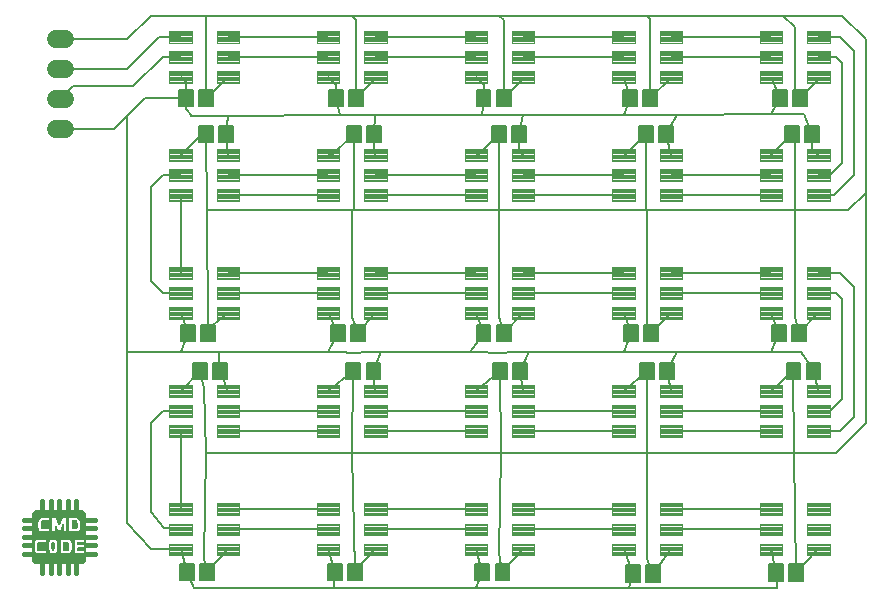
<source format=gtl>
G04 EAGLE Gerber RS-274X export*
G75*
%MOMM*%
%FSLAX34Y34*%
%LPD*%
%INTop Copper*%
%IPPOS*%
%AMOC8*
5,1,8,0,0,1.08239X$1,22.5*%
G01*
%ADD10C,0.130000*%
%ADD11C,1.524000*%
%ADD12C,0.406400*%
%ADD13C,0.110000*%
%ADD14C,0.203200*%

G36*
X65052Y73511D02*
X65052Y73511D01*
X65054Y73553D01*
X65032Y73620D01*
X65020Y73690D01*
X64998Y73726D01*
X64985Y73767D01*
X64931Y73839D01*
X64905Y73883D01*
X64889Y73896D01*
X64873Y73917D01*
X62492Y76298D01*
X62457Y76323D01*
X62429Y76354D01*
X62366Y76386D01*
X62308Y76427D01*
X62267Y76437D01*
X62229Y76457D01*
X62140Y76470D01*
X62091Y76483D01*
X62070Y76480D01*
X62044Y76484D01*
X22356Y76484D01*
X22314Y76477D01*
X22272Y76479D01*
X22205Y76457D01*
X22135Y76445D01*
X22099Y76423D01*
X22058Y76410D01*
X21986Y76356D01*
X21942Y76330D01*
X21929Y76314D01*
X21908Y76298D01*
X19527Y73917D01*
X19502Y73882D01*
X19471Y73854D01*
X19439Y73791D01*
X19398Y73733D01*
X19388Y73692D01*
X19368Y73654D01*
X19355Y73565D01*
X19343Y73516D01*
X19345Y73495D01*
X19341Y73469D01*
X19341Y33781D01*
X19348Y33739D01*
X19346Y33697D01*
X19368Y33630D01*
X19380Y33560D01*
X19402Y33524D01*
X19415Y33483D01*
X19469Y33411D01*
X19495Y33367D01*
X19511Y33354D01*
X19527Y33333D01*
X21908Y30952D01*
X21943Y30927D01*
X21971Y30896D01*
X22034Y30864D01*
X22092Y30823D01*
X22133Y30813D01*
X22171Y30793D01*
X22261Y30780D01*
X22309Y30768D01*
X22330Y30770D01*
X22356Y30766D01*
X62044Y30766D01*
X62086Y30773D01*
X62128Y30771D01*
X62195Y30793D01*
X62265Y30805D01*
X62301Y30827D01*
X62342Y30840D01*
X62414Y30894D01*
X62458Y30920D01*
X62471Y30936D01*
X62492Y30952D01*
X64873Y33333D01*
X64898Y33368D01*
X64929Y33396D01*
X64961Y33459D01*
X65002Y33517D01*
X65012Y33558D01*
X65032Y33596D01*
X65045Y33686D01*
X65058Y33734D01*
X65055Y33755D01*
X65059Y33781D01*
X65059Y73469D01*
X65052Y73511D01*
G37*
%LPC*%
G36*
X56633Y69660D02*
X56633Y69660D01*
X57654Y69489D01*
X58476Y68996D01*
X59159Y68313D01*
X59648Y67498D01*
X59822Y66280D01*
X59822Y61615D01*
X59648Y60570D01*
X59141Y59557D01*
X58476Y58891D01*
X57654Y58398D01*
X56633Y58228D01*
X50772Y58228D01*
X50772Y69660D01*
X56633Y69660D01*
G37*
%LPD*%
%LPC*%
G36*
X43628Y39972D02*
X43628Y39972D01*
X43628Y51403D01*
X49490Y51403D01*
X50510Y51233D01*
X51332Y50740D01*
X51997Y50074D01*
X52504Y49061D01*
X52678Y48016D01*
X52678Y43351D01*
X52504Y42134D01*
X52015Y41318D01*
X51332Y40635D01*
X50510Y40142D01*
X49490Y39972D01*
X43628Y39972D01*
G37*
%LPD*%
%LPC*%
G36*
X39379Y69660D02*
X39379Y69660D01*
X41606Y63721D01*
X41662Y63627D01*
X41718Y63531D01*
X41720Y63530D01*
X41721Y63528D01*
X41807Y63459D01*
X41892Y63389D01*
X41894Y63389D01*
X41896Y63387D01*
X42001Y63352D01*
X42104Y63317D01*
X42106Y63317D01*
X42108Y63316D01*
X42220Y63320D01*
X42329Y63323D01*
X42330Y63323D01*
X42333Y63324D01*
X42435Y63366D01*
X42537Y63406D01*
X42538Y63408D01*
X42540Y63408D01*
X42620Y63482D01*
X42703Y63557D01*
X42704Y63559D01*
X42705Y63560D01*
X42712Y63574D01*
X42794Y63721D01*
X45021Y69660D01*
X47916Y69660D01*
X47916Y58228D01*
X46009Y58228D01*
X46009Y63944D01*
X46007Y63955D01*
X46009Y63965D01*
X45997Y64021D01*
X45996Y64063D01*
X45982Y64098D01*
X45970Y64165D01*
X45964Y64174D01*
X45962Y64185D01*
X45920Y64251D01*
X45911Y64271D01*
X45898Y64285D01*
X45855Y64358D01*
X45847Y64365D01*
X45841Y64374D01*
X45764Y64432D01*
X45760Y64437D01*
X45756Y64439D01*
X45681Y64499D01*
X45671Y64503D01*
X45662Y64509D01*
X45565Y64539D01*
X45469Y64571D01*
X45458Y64571D01*
X45447Y64574D01*
X45346Y64567D01*
X45244Y64564D01*
X45234Y64560D01*
X45224Y64560D01*
X45130Y64518D01*
X45037Y64480D01*
X45029Y64473D01*
X45019Y64468D01*
X44969Y64420D01*
X44957Y64413D01*
X44940Y64392D01*
X44871Y64329D01*
X44866Y64319D01*
X44858Y64311D01*
X44830Y64257D01*
X44816Y64239D01*
X44805Y64207D01*
X44773Y64144D01*
X43330Y59816D01*
X41070Y59816D01*
X39627Y64144D01*
X39622Y64154D01*
X39620Y64165D01*
X39583Y64226D01*
X39565Y64271D01*
X39546Y64291D01*
X39519Y64341D01*
X39511Y64348D01*
X39505Y64358D01*
X39429Y64420D01*
X39414Y64437D01*
X39404Y64442D01*
X39350Y64488D01*
X39340Y64492D01*
X39331Y64499D01*
X39235Y64532D01*
X39140Y64568D01*
X39129Y64568D01*
X39119Y64571D01*
X39018Y64568D01*
X38916Y64569D01*
X38905Y64565D01*
X38894Y64564D01*
X38801Y64526D01*
X38705Y64491D01*
X38697Y64484D01*
X38687Y64480D01*
X38617Y64417D01*
X38611Y64413D01*
X38606Y64407D01*
X38534Y64346D01*
X38529Y64336D01*
X38521Y64329D01*
X38484Y64256D01*
X38470Y64239D01*
X38462Y64215D01*
X38425Y64150D01*
X38423Y64139D01*
X38418Y64129D01*
X38407Y64055D01*
X38398Y64026D01*
X38399Y63996D01*
X38391Y63944D01*
X38391Y58228D01*
X36484Y58228D01*
X36484Y69660D01*
X39379Y69660D01*
G37*
%LPD*%
%LPC*%
G36*
X35928Y39972D02*
X35928Y39972D01*
X35334Y40120D01*
X34679Y40612D01*
X34023Y41268D01*
X33309Y43409D01*
X33309Y47966D01*
X34023Y50107D01*
X34679Y50763D01*
X35334Y51255D01*
X35928Y51403D01*
X38153Y51403D01*
X38747Y51255D01*
X39402Y50763D01*
X40058Y50107D01*
X40772Y47966D01*
X40772Y43409D01*
X40058Y41268D01*
X39402Y40612D01*
X38747Y40120D01*
X38153Y39972D01*
X35928Y39972D01*
G37*
%LPD*%
%LPC*%
G36*
X55534Y39972D02*
X55534Y39972D01*
X55534Y51403D01*
X62997Y51403D01*
X62997Y49497D01*
X58075Y49497D01*
X58010Y49485D01*
X57944Y49483D01*
X57901Y49465D01*
X57854Y49457D01*
X57797Y49424D01*
X57737Y49399D01*
X57702Y49367D01*
X57661Y49343D01*
X57620Y49292D01*
X57571Y49247D01*
X57549Y49205D01*
X57520Y49169D01*
X57499Y49107D01*
X57468Y49048D01*
X57460Y48993D01*
X57448Y48956D01*
X57449Y48917D01*
X57441Y48863D01*
X57441Y47275D01*
X57452Y47210D01*
X57454Y47144D01*
X57472Y47101D01*
X57480Y47054D01*
X57514Y46997D01*
X57539Y46937D01*
X57570Y46902D01*
X57595Y46861D01*
X57646Y46820D01*
X57690Y46771D01*
X57732Y46749D01*
X57769Y46720D01*
X57831Y46699D01*
X57890Y46668D01*
X57944Y46660D01*
X57981Y46648D01*
X58021Y46649D01*
X58075Y46641D01*
X62997Y46641D01*
X62997Y44734D01*
X58075Y44734D01*
X58010Y44723D01*
X57944Y44721D01*
X57901Y44703D01*
X57854Y44695D01*
X57797Y44661D01*
X57737Y44636D01*
X57702Y44605D01*
X57661Y44580D01*
X57620Y44529D01*
X57571Y44485D01*
X57549Y44443D01*
X57520Y44406D01*
X57499Y44344D01*
X57468Y44285D01*
X57460Y44231D01*
X57448Y44194D01*
X57449Y44154D01*
X57441Y44100D01*
X57441Y42513D01*
X57452Y42448D01*
X57454Y42382D01*
X57472Y42338D01*
X57480Y42292D01*
X57514Y42235D01*
X57539Y42174D01*
X57570Y42139D01*
X57595Y42098D01*
X57646Y42057D01*
X57690Y42008D01*
X57732Y41987D01*
X57769Y41957D01*
X57831Y41936D01*
X57890Y41906D01*
X57944Y41898D01*
X57981Y41885D01*
X58021Y41886D01*
X58075Y41878D01*
X62997Y41878D01*
X62997Y39972D01*
X55534Y39972D01*
G37*
%LPD*%
%LPC*%
G36*
X24592Y39972D02*
X24592Y39972D01*
X23572Y40142D01*
X22749Y40635D01*
X22066Y41318D01*
X21577Y42134D01*
X21403Y43351D01*
X21403Y48016D01*
X21577Y49061D01*
X22084Y50074D01*
X22749Y50740D01*
X23572Y51233D01*
X24592Y51403D01*
X31247Y51403D01*
X31247Y49497D01*
X24738Y49497D01*
X24696Y49489D01*
X24653Y49491D01*
X24586Y49470D01*
X24517Y49457D01*
X24480Y49436D01*
X24440Y49423D01*
X24367Y49369D01*
X24323Y49343D01*
X24310Y49327D01*
X24289Y49311D01*
X23694Y48716D01*
X23641Y48640D01*
X23584Y48568D01*
X23576Y48546D01*
X23566Y48531D01*
X23553Y48483D01*
X23520Y48392D01*
X23322Y47399D01*
X23321Y47351D01*
X23310Y47275D01*
X23310Y44100D01*
X23318Y44052D01*
X23322Y43976D01*
X23520Y42983D01*
X23554Y42897D01*
X23582Y42810D01*
X23596Y42792D01*
X23602Y42775D01*
X23636Y42737D01*
X23694Y42659D01*
X24289Y42064D01*
X24324Y42040D01*
X24353Y42008D01*
X24415Y41976D01*
X24473Y41936D01*
X24514Y41925D01*
X24552Y41906D01*
X24642Y41893D01*
X24691Y41880D01*
X24711Y41882D01*
X24738Y41878D01*
X31247Y41878D01*
X31247Y39972D01*
X24592Y39972D01*
G37*
%LPD*%
%LPC*%
G36*
X27268Y58228D02*
X27268Y58228D01*
X25907Y58909D01*
X25259Y59557D01*
X24752Y60570D01*
X24578Y61615D01*
X24578Y66280D01*
X24752Y67498D01*
X25241Y68313D01*
X25907Y68979D01*
X27268Y69660D01*
X33628Y69660D01*
X33628Y67753D01*
X27913Y67753D01*
X27871Y67746D01*
X27828Y67747D01*
X27761Y67726D01*
X27692Y67713D01*
X27655Y67692D01*
X27615Y67679D01*
X27542Y67625D01*
X27498Y67599D01*
X27485Y67583D01*
X27464Y67567D01*
X26869Y66972D01*
X26816Y66896D01*
X26759Y66824D01*
X26751Y66803D01*
X26741Y66788D01*
X26728Y66739D01*
X26695Y66648D01*
X26497Y65656D01*
X26496Y65607D01*
X26485Y65531D01*
X26485Y62356D01*
X26493Y62309D01*
X26497Y62232D01*
X26695Y61240D01*
X26729Y61154D01*
X26757Y61066D01*
X26771Y61048D01*
X26777Y61031D01*
X26811Y60993D01*
X26869Y60916D01*
X27464Y60320D01*
X27499Y60296D01*
X27528Y60265D01*
X27590Y60232D01*
X27648Y60192D01*
X27689Y60182D01*
X27727Y60162D01*
X27817Y60149D01*
X27866Y60136D01*
X27886Y60138D01*
X27913Y60135D01*
X33628Y60135D01*
X33628Y58228D01*
X27268Y58228D01*
G37*
%LPD*%
G36*
X56529Y60142D02*
X56529Y60142D01*
X56572Y60140D01*
X56639Y60162D01*
X56708Y60174D01*
X56745Y60196D01*
X56785Y60209D01*
X56858Y60263D01*
X56902Y60288D01*
X56915Y60305D01*
X56936Y60320D01*
X57531Y60916D01*
X57584Y60991D01*
X57641Y61063D01*
X57649Y61085D01*
X57659Y61100D01*
X57672Y61149D01*
X57705Y61240D01*
X57903Y62232D01*
X57904Y62280D01*
X57916Y62356D01*
X57916Y65531D01*
X57907Y65579D01*
X57903Y65656D01*
X57705Y66648D01*
X57671Y66734D01*
X57643Y66821D01*
X57629Y66840D01*
X57623Y66857D01*
X57589Y66894D01*
X57531Y66972D01*
X56936Y67567D01*
X56903Y67590D01*
X56880Y67615D01*
X56879Y67616D01*
X56872Y67623D01*
X56810Y67655D01*
X56752Y67695D01*
X56711Y67706D01*
X56673Y67725D01*
X56583Y67739D01*
X56535Y67751D01*
X56514Y67749D01*
X56488Y67753D01*
X53313Y67753D01*
X53248Y67741D01*
X53182Y67739D01*
X53138Y67722D01*
X53092Y67713D01*
X53035Y67680D01*
X52974Y67655D01*
X52939Y67623D01*
X52898Y67599D01*
X52857Y67548D01*
X52808Y67504D01*
X52787Y67462D01*
X52757Y67425D01*
X52736Y67363D01*
X52706Y67304D01*
X52698Y67250D01*
X52685Y67212D01*
X52685Y67206D01*
X52685Y67205D01*
X52686Y67172D01*
X52678Y67119D01*
X52678Y60769D01*
X52690Y60704D01*
X52692Y60638D01*
X52710Y60595D01*
X52718Y60548D01*
X52751Y60491D01*
X52776Y60430D01*
X52808Y60395D01*
X52832Y60355D01*
X52883Y60313D01*
X52928Y60265D01*
X52970Y60243D01*
X53006Y60213D01*
X53069Y60192D01*
X53127Y60162D01*
X53182Y60154D01*
X53219Y60141D01*
X53258Y60143D01*
X53313Y60135D01*
X56488Y60135D01*
X56529Y60142D01*
G37*
G36*
X49386Y41886D02*
X49386Y41886D01*
X49428Y41884D01*
X49495Y41905D01*
X49565Y41918D01*
X49601Y41940D01*
X49642Y41953D01*
X49714Y42006D01*
X49758Y42032D01*
X49771Y42048D01*
X49792Y42064D01*
X50388Y42659D01*
X50440Y42735D01*
X50497Y42807D01*
X50505Y42829D01*
X50516Y42844D01*
X50528Y42892D01*
X50561Y42983D01*
X50759Y43976D01*
X50760Y44024D01*
X50772Y44100D01*
X50772Y47275D01*
X50763Y47323D01*
X50759Y47399D01*
X50561Y48392D01*
X50527Y48477D01*
X50499Y48565D01*
X50485Y48583D01*
X50479Y48600D01*
X50445Y48638D01*
X50388Y48716D01*
X49792Y49311D01*
X49759Y49334D01*
X49736Y49359D01*
X49735Y49360D01*
X49729Y49367D01*
X49666Y49399D01*
X49608Y49439D01*
X49567Y49450D01*
X49529Y49469D01*
X49440Y49482D01*
X49391Y49495D01*
X49370Y49493D01*
X49344Y49497D01*
X46169Y49497D01*
X46104Y49485D01*
X46038Y49483D01*
X45995Y49465D01*
X45948Y49457D01*
X45891Y49424D01*
X45830Y49399D01*
X45795Y49367D01*
X45755Y49343D01*
X45713Y49292D01*
X45665Y49247D01*
X45643Y49205D01*
X45613Y49169D01*
X45592Y49107D01*
X45562Y49048D01*
X45554Y48993D01*
X45541Y48956D01*
X45542Y48949D01*
X45541Y48949D01*
X45542Y48916D01*
X45535Y48863D01*
X45535Y42513D01*
X45546Y42448D01*
X45548Y42382D01*
X45566Y42338D01*
X45574Y42292D01*
X45608Y42235D01*
X45632Y42174D01*
X45664Y42139D01*
X45688Y42098D01*
X45739Y42057D01*
X45784Y42008D01*
X45826Y41987D01*
X45863Y41957D01*
X45925Y41936D01*
X45983Y41906D01*
X46038Y41898D01*
X46075Y41885D01*
X46114Y41886D01*
X46169Y41878D01*
X49344Y41878D01*
X49386Y41886D01*
G37*
G36*
X37469Y41884D02*
X37469Y41884D01*
X37500Y41881D01*
X37578Y41904D01*
X37658Y41918D01*
X37686Y41934D01*
X37716Y41943D01*
X37782Y41991D01*
X37852Y42032D01*
X37872Y42057D01*
X37897Y42075D01*
X37963Y42170D01*
X37993Y42206D01*
X37997Y42217D01*
X38005Y42229D01*
X38799Y43816D01*
X38814Y43867D01*
X38838Y43915D01*
X38849Y43987D01*
X38862Y44032D01*
X38860Y44061D01*
X38866Y44100D01*
X38866Y47275D01*
X38856Y47327D01*
X38857Y47380D01*
X38834Y47450D01*
X38826Y47496D01*
X38811Y47522D01*
X38799Y47559D01*
X38005Y49146D01*
X37987Y49170D01*
X37978Y49193D01*
X37976Y49195D01*
X37974Y49201D01*
X37919Y49261D01*
X37871Y49326D01*
X37844Y49343D01*
X37822Y49367D01*
X37750Y49404D01*
X37682Y49448D01*
X37651Y49455D01*
X37623Y49469D01*
X37509Y49486D01*
X37463Y49496D01*
X37452Y49495D01*
X37438Y49497D01*
X36644Y49497D01*
X36613Y49491D01*
X36581Y49494D01*
X36503Y49471D01*
X36423Y49457D01*
X36396Y49441D01*
X36365Y49432D01*
X36300Y49384D01*
X36230Y49343D01*
X36210Y49318D01*
X36184Y49300D01*
X36118Y49205D01*
X36088Y49169D01*
X36087Y49164D01*
X36085Y49161D01*
X36082Y49154D01*
X36076Y49146D01*
X35283Y47559D01*
X35268Y47508D01*
X35243Y47460D01*
X35233Y47389D01*
X35219Y47343D01*
X35222Y47314D01*
X35216Y47275D01*
X35216Y44100D01*
X35225Y44048D01*
X35225Y43995D01*
X35247Y43925D01*
X35255Y43879D01*
X35271Y43853D01*
X35283Y43816D01*
X36076Y42229D01*
X36095Y42203D01*
X36107Y42174D01*
X36162Y42114D01*
X36211Y42049D01*
X36237Y42032D01*
X36259Y42008D01*
X36331Y41971D01*
X36399Y41927D01*
X36430Y41920D01*
X36458Y41906D01*
X36572Y41889D01*
X36618Y41879D01*
X36630Y41880D01*
X36644Y41878D01*
X37438Y41878D01*
X37469Y41884D01*
G37*
D10*
X155250Y418150D02*
X143550Y418150D01*
X143550Y431850D01*
X155250Y431850D01*
X155250Y418150D01*
X155250Y419385D02*
X143550Y419385D01*
X143550Y420620D02*
X155250Y420620D01*
X155250Y421855D02*
X143550Y421855D01*
X143550Y423090D02*
X155250Y423090D01*
X155250Y424325D02*
X143550Y424325D01*
X143550Y425560D02*
X155250Y425560D01*
X155250Y426795D02*
X143550Y426795D01*
X143550Y428030D02*
X155250Y428030D01*
X155250Y429265D02*
X143550Y429265D01*
X143550Y430500D02*
X155250Y430500D01*
X155250Y431735D02*
X143550Y431735D01*
X160550Y418150D02*
X172250Y418150D01*
X160550Y418150D02*
X160550Y431850D01*
X172250Y431850D01*
X172250Y418150D01*
X172250Y419385D02*
X160550Y419385D01*
X160550Y420620D02*
X172250Y420620D01*
X172250Y421855D02*
X160550Y421855D01*
X160550Y423090D02*
X172250Y423090D01*
X172250Y424325D02*
X160550Y424325D01*
X160550Y425560D02*
X172250Y425560D01*
X172250Y426795D02*
X160550Y426795D01*
X160550Y428030D02*
X172250Y428030D01*
X172250Y429265D02*
X160550Y429265D01*
X160550Y430500D02*
X172250Y430500D01*
X172250Y431735D02*
X160550Y431735D01*
X177450Y401850D02*
X189150Y401850D01*
X189150Y388150D01*
X177450Y388150D01*
X177450Y401850D01*
X177450Y389385D02*
X189150Y389385D01*
X189150Y390620D02*
X177450Y390620D01*
X177450Y391855D02*
X189150Y391855D01*
X189150Y393090D02*
X177450Y393090D01*
X177450Y394325D02*
X189150Y394325D01*
X189150Y395560D02*
X177450Y395560D01*
X177450Y396795D02*
X189150Y396795D01*
X189150Y398030D02*
X177450Y398030D01*
X177450Y399265D02*
X189150Y399265D01*
X189150Y400500D02*
X177450Y400500D01*
X177450Y401735D02*
X189150Y401735D01*
X172150Y401850D02*
X160450Y401850D01*
X172150Y401850D02*
X172150Y388150D01*
X160450Y388150D01*
X160450Y401850D01*
X160450Y389385D02*
X172150Y389385D01*
X172150Y390620D02*
X160450Y390620D01*
X160450Y391855D02*
X172150Y391855D01*
X172150Y393090D02*
X160450Y393090D01*
X160450Y394325D02*
X172150Y394325D01*
X172150Y395560D02*
X160450Y395560D01*
X160450Y396795D02*
X172150Y396795D01*
X172150Y398030D02*
X160450Y398030D01*
X160450Y399265D02*
X172150Y399265D01*
X172150Y400500D02*
X160450Y400500D01*
X160450Y401735D02*
X172150Y401735D01*
X157350Y219150D02*
X145650Y219150D01*
X145650Y232850D01*
X157350Y232850D01*
X157350Y219150D01*
X157350Y220385D02*
X145650Y220385D01*
X145650Y221620D02*
X157350Y221620D01*
X157350Y222855D02*
X145650Y222855D01*
X145650Y224090D02*
X157350Y224090D01*
X157350Y225325D02*
X145650Y225325D01*
X145650Y226560D02*
X157350Y226560D01*
X157350Y227795D02*
X145650Y227795D01*
X145650Y229030D02*
X157350Y229030D01*
X157350Y230265D02*
X145650Y230265D01*
X145650Y231500D02*
X157350Y231500D01*
X157350Y232735D02*
X145650Y232735D01*
X162650Y219150D02*
X174350Y219150D01*
X162650Y219150D02*
X162650Y232850D01*
X174350Y232850D01*
X174350Y219150D01*
X174350Y220385D02*
X162650Y220385D01*
X162650Y221620D02*
X174350Y221620D01*
X174350Y222855D02*
X162650Y222855D01*
X162650Y224090D02*
X174350Y224090D01*
X174350Y225325D02*
X162650Y225325D01*
X162650Y226560D02*
X174350Y226560D01*
X174350Y227795D02*
X162650Y227795D01*
X162650Y229030D02*
X174350Y229030D01*
X174350Y230265D02*
X162650Y230265D01*
X162650Y231500D02*
X174350Y231500D01*
X174350Y232735D02*
X162650Y232735D01*
X272650Y219150D02*
X284350Y219150D01*
X272650Y219150D02*
X272650Y232850D01*
X284350Y232850D01*
X284350Y219150D01*
X284350Y220385D02*
X272650Y220385D01*
X272650Y221620D02*
X284350Y221620D01*
X284350Y222855D02*
X272650Y222855D01*
X272650Y224090D02*
X284350Y224090D01*
X284350Y225325D02*
X272650Y225325D01*
X272650Y226560D02*
X284350Y226560D01*
X284350Y227795D02*
X272650Y227795D01*
X272650Y229030D02*
X284350Y229030D01*
X284350Y230265D02*
X272650Y230265D01*
X272650Y231500D02*
X284350Y231500D01*
X284350Y232735D02*
X272650Y232735D01*
X289650Y219150D02*
X301350Y219150D01*
X289650Y219150D02*
X289650Y232850D01*
X301350Y232850D01*
X301350Y219150D01*
X301350Y220385D02*
X289650Y220385D01*
X289650Y221620D02*
X301350Y221620D01*
X301350Y222855D02*
X289650Y222855D01*
X289650Y224090D02*
X301350Y224090D01*
X301350Y225325D02*
X289650Y225325D01*
X289650Y226560D02*
X301350Y226560D01*
X301350Y227795D02*
X289650Y227795D01*
X289650Y229030D02*
X301350Y229030D01*
X301350Y230265D02*
X289650Y230265D01*
X289650Y231500D02*
X301350Y231500D01*
X301350Y232735D02*
X289650Y232735D01*
X395650Y219150D02*
X407350Y219150D01*
X395650Y219150D02*
X395650Y232850D01*
X407350Y232850D01*
X407350Y219150D01*
X407350Y220385D02*
X395650Y220385D01*
X395650Y221620D02*
X407350Y221620D01*
X407350Y222855D02*
X395650Y222855D01*
X395650Y224090D02*
X407350Y224090D01*
X407350Y225325D02*
X395650Y225325D01*
X395650Y226560D02*
X407350Y226560D01*
X407350Y227795D02*
X395650Y227795D01*
X395650Y229030D02*
X407350Y229030D01*
X407350Y230265D02*
X395650Y230265D01*
X395650Y231500D02*
X407350Y231500D01*
X407350Y232735D02*
X395650Y232735D01*
X412650Y219150D02*
X424350Y219150D01*
X412650Y219150D02*
X412650Y232850D01*
X424350Y232850D01*
X424350Y219150D01*
X424350Y220385D02*
X412650Y220385D01*
X412650Y221620D02*
X424350Y221620D01*
X424350Y222855D02*
X412650Y222855D01*
X412650Y224090D02*
X424350Y224090D01*
X424350Y225325D02*
X412650Y225325D01*
X412650Y226560D02*
X424350Y226560D01*
X424350Y227795D02*
X412650Y227795D01*
X412650Y229030D02*
X424350Y229030D01*
X424350Y230265D02*
X412650Y230265D01*
X412650Y231500D02*
X424350Y231500D01*
X424350Y232735D02*
X412650Y232735D01*
X520650Y219150D02*
X532350Y219150D01*
X520650Y219150D02*
X520650Y232850D01*
X532350Y232850D01*
X532350Y219150D01*
X532350Y220385D02*
X520650Y220385D01*
X520650Y221620D02*
X532350Y221620D01*
X532350Y222855D02*
X520650Y222855D01*
X520650Y224090D02*
X532350Y224090D01*
X532350Y225325D02*
X520650Y225325D01*
X520650Y226560D02*
X532350Y226560D01*
X532350Y227795D02*
X520650Y227795D01*
X520650Y229030D02*
X532350Y229030D01*
X532350Y230265D02*
X520650Y230265D01*
X520650Y231500D02*
X532350Y231500D01*
X532350Y232735D02*
X520650Y232735D01*
X537650Y219150D02*
X549350Y219150D01*
X537650Y219150D02*
X537650Y232850D01*
X549350Y232850D01*
X549350Y219150D01*
X549350Y220385D02*
X537650Y220385D01*
X537650Y221620D02*
X549350Y221620D01*
X549350Y222855D02*
X537650Y222855D01*
X537650Y224090D02*
X549350Y224090D01*
X549350Y225325D02*
X537650Y225325D01*
X537650Y226560D02*
X549350Y226560D01*
X549350Y227795D02*
X537650Y227795D01*
X537650Y229030D02*
X549350Y229030D01*
X549350Y230265D02*
X537650Y230265D01*
X537650Y231500D02*
X549350Y231500D01*
X549350Y232735D02*
X537650Y232735D01*
X645650Y219150D02*
X657350Y219150D01*
X645650Y219150D02*
X645650Y232850D01*
X657350Y232850D01*
X657350Y219150D01*
X657350Y220385D02*
X645650Y220385D01*
X645650Y221620D02*
X657350Y221620D01*
X657350Y222855D02*
X645650Y222855D01*
X645650Y224090D02*
X657350Y224090D01*
X657350Y225325D02*
X645650Y225325D01*
X645650Y226560D02*
X657350Y226560D01*
X657350Y227795D02*
X645650Y227795D01*
X645650Y229030D02*
X657350Y229030D01*
X657350Y230265D02*
X645650Y230265D01*
X645650Y231500D02*
X657350Y231500D01*
X657350Y232735D02*
X645650Y232735D01*
X662650Y219150D02*
X674350Y219150D01*
X662650Y219150D02*
X662650Y232850D01*
X674350Y232850D01*
X674350Y219150D01*
X674350Y220385D02*
X662650Y220385D01*
X662650Y221620D02*
X674350Y221620D01*
X674350Y222855D02*
X662650Y222855D01*
X662650Y224090D02*
X674350Y224090D01*
X674350Y225325D02*
X662650Y225325D01*
X662650Y226560D02*
X674350Y226560D01*
X674350Y227795D02*
X662650Y227795D01*
X662650Y229030D02*
X674350Y229030D01*
X674350Y230265D02*
X662650Y230265D01*
X662650Y231500D02*
X674350Y231500D01*
X674350Y232735D02*
X662650Y232735D01*
X675050Y200850D02*
X686750Y200850D01*
X686750Y187150D01*
X675050Y187150D01*
X675050Y200850D01*
X675050Y188385D02*
X686750Y188385D01*
X686750Y189620D02*
X675050Y189620D01*
X675050Y190855D02*
X686750Y190855D01*
X686750Y192090D02*
X675050Y192090D01*
X675050Y193325D02*
X686750Y193325D01*
X686750Y194560D02*
X675050Y194560D01*
X675050Y195795D02*
X686750Y195795D01*
X686750Y197030D02*
X675050Y197030D01*
X675050Y198265D02*
X686750Y198265D01*
X686750Y199500D02*
X675050Y199500D01*
X675050Y200735D02*
X686750Y200735D01*
X669750Y200850D02*
X658050Y200850D01*
X669750Y200850D02*
X669750Y187150D01*
X658050Y187150D01*
X658050Y200850D01*
X658050Y188385D02*
X669750Y188385D01*
X669750Y189620D02*
X658050Y189620D01*
X658050Y190855D02*
X669750Y190855D01*
X669750Y192090D02*
X658050Y192090D01*
X658050Y193325D02*
X669750Y193325D01*
X669750Y194560D02*
X658050Y194560D01*
X658050Y195795D02*
X669750Y195795D01*
X669750Y197030D02*
X658050Y197030D01*
X658050Y198265D02*
X669750Y198265D01*
X669750Y199500D02*
X658050Y199500D01*
X658050Y200735D02*
X669750Y200735D01*
X562550Y200850D02*
X550850Y200850D01*
X562550Y200850D02*
X562550Y187150D01*
X550850Y187150D01*
X550850Y200850D01*
X550850Y188385D02*
X562550Y188385D01*
X562550Y189620D02*
X550850Y189620D01*
X550850Y190855D02*
X562550Y190855D01*
X562550Y192090D02*
X550850Y192090D01*
X550850Y193325D02*
X562550Y193325D01*
X562550Y194560D02*
X550850Y194560D01*
X550850Y195795D02*
X562550Y195795D01*
X562550Y197030D02*
X550850Y197030D01*
X550850Y198265D02*
X562550Y198265D01*
X562550Y199500D02*
X550850Y199500D01*
X550850Y200735D02*
X562550Y200735D01*
X545550Y200850D02*
X533850Y200850D01*
X545550Y200850D02*
X545550Y187150D01*
X533850Y187150D01*
X533850Y200850D01*
X533850Y188385D02*
X545550Y188385D01*
X545550Y189620D02*
X533850Y189620D01*
X533850Y190855D02*
X545550Y190855D01*
X545550Y192090D02*
X533850Y192090D01*
X533850Y193325D02*
X545550Y193325D01*
X545550Y194560D02*
X533850Y194560D01*
X533850Y195795D02*
X545550Y195795D01*
X545550Y197030D02*
X533850Y197030D01*
X533850Y198265D02*
X545550Y198265D01*
X545550Y199500D02*
X533850Y199500D01*
X533850Y200735D02*
X545550Y200735D01*
X438350Y200850D02*
X426650Y200850D01*
X438350Y200850D02*
X438350Y187150D01*
X426650Y187150D01*
X426650Y200850D01*
X426650Y188385D02*
X438350Y188385D01*
X438350Y189620D02*
X426650Y189620D01*
X426650Y190855D02*
X438350Y190855D01*
X438350Y192090D02*
X426650Y192090D01*
X426650Y193325D02*
X438350Y193325D01*
X438350Y194560D02*
X426650Y194560D01*
X426650Y195795D02*
X438350Y195795D01*
X438350Y197030D02*
X426650Y197030D01*
X426650Y198265D02*
X438350Y198265D01*
X438350Y199500D02*
X426650Y199500D01*
X426650Y200735D02*
X438350Y200735D01*
X421350Y200850D02*
X409650Y200850D01*
X421350Y200850D02*
X421350Y187150D01*
X409650Y187150D01*
X409650Y200850D01*
X409650Y188385D02*
X421350Y188385D01*
X421350Y189620D02*
X409650Y189620D01*
X409650Y190855D02*
X421350Y190855D01*
X421350Y192090D02*
X409650Y192090D01*
X409650Y193325D02*
X421350Y193325D01*
X421350Y194560D02*
X409650Y194560D01*
X409650Y195795D02*
X421350Y195795D01*
X421350Y197030D02*
X409650Y197030D01*
X409650Y198265D02*
X421350Y198265D01*
X421350Y199500D02*
X409650Y199500D01*
X409650Y200735D02*
X421350Y200735D01*
X314150Y200850D02*
X302450Y200850D01*
X314150Y200850D02*
X314150Y187150D01*
X302450Y187150D01*
X302450Y200850D01*
X302450Y188385D02*
X314150Y188385D01*
X314150Y189620D02*
X302450Y189620D01*
X302450Y190855D02*
X314150Y190855D01*
X314150Y192090D02*
X302450Y192090D01*
X302450Y193325D02*
X314150Y193325D01*
X314150Y194560D02*
X302450Y194560D01*
X302450Y195795D02*
X314150Y195795D01*
X314150Y197030D02*
X302450Y197030D01*
X302450Y198265D02*
X314150Y198265D01*
X314150Y199500D02*
X302450Y199500D01*
X302450Y200735D02*
X314150Y200735D01*
X297150Y200850D02*
X285450Y200850D01*
X297150Y200850D02*
X297150Y187150D01*
X285450Y187150D01*
X285450Y200850D01*
X285450Y188385D02*
X297150Y188385D01*
X297150Y189620D02*
X285450Y189620D01*
X285450Y190855D02*
X297150Y190855D01*
X297150Y192090D02*
X285450Y192090D01*
X285450Y193325D02*
X297150Y193325D01*
X297150Y194560D02*
X285450Y194560D01*
X285450Y195795D02*
X297150Y195795D01*
X297150Y197030D02*
X285450Y197030D01*
X285450Y198265D02*
X297150Y198265D01*
X297150Y199500D02*
X285450Y199500D01*
X285450Y200735D02*
X297150Y200735D01*
X282350Y418150D02*
X270650Y418150D01*
X270650Y431850D01*
X282350Y431850D01*
X282350Y418150D01*
X282350Y419385D02*
X270650Y419385D01*
X270650Y420620D02*
X282350Y420620D01*
X282350Y421855D02*
X270650Y421855D01*
X270650Y423090D02*
X282350Y423090D01*
X282350Y424325D02*
X270650Y424325D01*
X270650Y425560D02*
X282350Y425560D01*
X282350Y426795D02*
X270650Y426795D01*
X270650Y428030D02*
X282350Y428030D01*
X282350Y429265D02*
X270650Y429265D01*
X270650Y430500D02*
X282350Y430500D01*
X282350Y431735D02*
X270650Y431735D01*
X287650Y418150D02*
X299350Y418150D01*
X287650Y418150D02*
X287650Y431850D01*
X299350Y431850D01*
X299350Y418150D01*
X299350Y419385D02*
X287650Y419385D01*
X287650Y420620D02*
X299350Y420620D01*
X299350Y421855D02*
X287650Y421855D01*
X287650Y423090D02*
X299350Y423090D01*
X299350Y424325D02*
X287650Y424325D01*
X287650Y425560D02*
X299350Y425560D01*
X299350Y426795D02*
X287650Y426795D01*
X287650Y428030D02*
X299350Y428030D01*
X299350Y429265D02*
X287650Y429265D01*
X287650Y430500D02*
X299350Y430500D01*
X299350Y431735D02*
X287650Y431735D01*
X184350Y200850D02*
X172650Y200850D01*
X184350Y200850D02*
X184350Y187150D01*
X172650Y187150D01*
X172650Y200850D01*
X172650Y188385D02*
X184350Y188385D01*
X184350Y189620D02*
X172650Y189620D01*
X172650Y190855D02*
X184350Y190855D01*
X184350Y192090D02*
X172650Y192090D01*
X172650Y193325D02*
X184350Y193325D01*
X184350Y194560D02*
X172650Y194560D01*
X172650Y195795D02*
X184350Y195795D01*
X184350Y197030D02*
X172650Y197030D01*
X172650Y198265D02*
X184350Y198265D01*
X184350Y199500D02*
X172650Y199500D01*
X172650Y200735D02*
X184350Y200735D01*
X167350Y200850D02*
X155650Y200850D01*
X167350Y200850D02*
X167350Y187150D01*
X155650Y187150D01*
X155650Y200850D01*
X155650Y188385D02*
X167350Y188385D01*
X167350Y189620D02*
X155650Y189620D01*
X155650Y190855D02*
X167350Y190855D01*
X167350Y192090D02*
X155650Y192090D01*
X155650Y193325D02*
X167350Y193325D01*
X167350Y194560D02*
X155650Y194560D01*
X155650Y195795D02*
X167350Y195795D01*
X167350Y197030D02*
X155650Y197030D01*
X155650Y198265D02*
X167350Y198265D01*
X167350Y199500D02*
X155650Y199500D01*
X155650Y200735D02*
X167350Y200735D01*
X156350Y17150D02*
X144650Y17150D01*
X144650Y30850D01*
X156350Y30850D01*
X156350Y17150D01*
X156350Y18385D02*
X144650Y18385D01*
X144650Y19620D02*
X156350Y19620D01*
X156350Y20855D02*
X144650Y20855D01*
X144650Y22090D02*
X156350Y22090D01*
X156350Y23325D02*
X144650Y23325D01*
X144650Y24560D02*
X156350Y24560D01*
X156350Y25795D02*
X144650Y25795D01*
X144650Y27030D02*
X156350Y27030D01*
X156350Y28265D02*
X144650Y28265D01*
X144650Y29500D02*
X156350Y29500D01*
X156350Y30735D02*
X144650Y30735D01*
X161650Y17150D02*
X173350Y17150D01*
X161650Y17150D02*
X161650Y30850D01*
X173350Y30850D01*
X173350Y17150D01*
X173350Y18385D02*
X161650Y18385D01*
X161650Y19620D02*
X173350Y19620D01*
X173350Y20855D02*
X161650Y20855D01*
X161650Y22090D02*
X173350Y22090D01*
X173350Y23325D02*
X161650Y23325D01*
X161650Y24560D02*
X173350Y24560D01*
X173350Y25795D02*
X161650Y25795D01*
X161650Y27030D02*
X173350Y27030D01*
X173350Y28265D02*
X161650Y28265D01*
X161650Y29500D02*
X173350Y29500D01*
X173350Y30735D02*
X161650Y30735D01*
X269650Y17150D02*
X281350Y17150D01*
X269650Y17150D02*
X269650Y30850D01*
X281350Y30850D01*
X281350Y17150D01*
X281350Y18385D02*
X269650Y18385D01*
X269650Y19620D02*
X281350Y19620D01*
X281350Y20855D02*
X269650Y20855D01*
X269650Y22090D02*
X281350Y22090D01*
X281350Y23325D02*
X269650Y23325D01*
X269650Y24560D02*
X281350Y24560D01*
X281350Y25795D02*
X269650Y25795D01*
X269650Y27030D02*
X281350Y27030D01*
X281350Y28265D02*
X269650Y28265D01*
X269650Y29500D02*
X281350Y29500D01*
X281350Y30735D02*
X269650Y30735D01*
X286650Y17150D02*
X298350Y17150D01*
X286650Y17150D02*
X286650Y30850D01*
X298350Y30850D01*
X298350Y17150D01*
X298350Y18385D02*
X286650Y18385D01*
X286650Y19620D02*
X298350Y19620D01*
X298350Y20855D02*
X286650Y20855D01*
X286650Y22090D02*
X298350Y22090D01*
X298350Y23325D02*
X286650Y23325D01*
X286650Y24560D02*
X298350Y24560D01*
X298350Y25795D02*
X286650Y25795D01*
X286650Y27030D02*
X298350Y27030D01*
X298350Y28265D02*
X286650Y28265D01*
X286650Y29500D02*
X298350Y29500D01*
X298350Y30735D02*
X286650Y30735D01*
X394650Y17150D02*
X406350Y17150D01*
X394650Y17150D02*
X394650Y30850D01*
X406350Y30850D01*
X406350Y17150D01*
X406350Y18385D02*
X394650Y18385D01*
X394650Y19620D02*
X406350Y19620D01*
X406350Y20855D02*
X394650Y20855D01*
X394650Y22090D02*
X406350Y22090D01*
X406350Y23325D02*
X394650Y23325D01*
X394650Y24560D02*
X406350Y24560D01*
X406350Y25795D02*
X394650Y25795D01*
X394650Y27030D02*
X406350Y27030D01*
X406350Y28265D02*
X394650Y28265D01*
X394650Y29500D02*
X406350Y29500D01*
X406350Y30735D02*
X394650Y30735D01*
X411650Y17150D02*
X423350Y17150D01*
X411650Y17150D02*
X411650Y30850D01*
X423350Y30850D01*
X423350Y17150D01*
X423350Y18385D02*
X411650Y18385D01*
X411650Y19620D02*
X423350Y19620D01*
X423350Y20855D02*
X411650Y20855D01*
X411650Y22090D02*
X423350Y22090D01*
X423350Y23325D02*
X411650Y23325D01*
X411650Y24560D02*
X423350Y24560D01*
X423350Y25795D02*
X411650Y25795D01*
X411650Y27030D02*
X423350Y27030D01*
X423350Y28265D02*
X411650Y28265D01*
X411650Y29500D02*
X423350Y29500D01*
X423350Y30735D02*
X411650Y30735D01*
X521850Y15750D02*
X533550Y15750D01*
X521850Y15750D02*
X521850Y29450D01*
X533550Y29450D01*
X533550Y15750D01*
X533550Y16985D02*
X521850Y16985D01*
X521850Y18220D02*
X533550Y18220D01*
X533550Y19455D02*
X521850Y19455D01*
X521850Y20690D02*
X533550Y20690D01*
X533550Y21925D02*
X521850Y21925D01*
X521850Y23160D02*
X533550Y23160D01*
X533550Y24395D02*
X521850Y24395D01*
X521850Y25630D02*
X533550Y25630D01*
X533550Y26865D02*
X521850Y26865D01*
X521850Y28100D02*
X533550Y28100D01*
X533550Y29335D02*
X521850Y29335D01*
X538850Y15750D02*
X550550Y15750D01*
X538850Y15750D02*
X538850Y29450D01*
X550550Y29450D01*
X550550Y15750D01*
X550550Y16985D02*
X538850Y16985D01*
X538850Y18220D02*
X550550Y18220D01*
X550550Y19455D02*
X538850Y19455D01*
X538850Y20690D02*
X550550Y20690D01*
X550550Y21925D02*
X538850Y21925D01*
X538850Y23160D02*
X550550Y23160D01*
X550550Y24395D02*
X538850Y24395D01*
X538850Y25630D02*
X550550Y25630D01*
X550550Y26865D02*
X538850Y26865D01*
X538850Y28100D02*
X550550Y28100D01*
X550550Y29335D02*
X538850Y29335D01*
X643250Y16550D02*
X654950Y16550D01*
X643250Y16550D02*
X643250Y30250D01*
X654950Y30250D01*
X654950Y16550D01*
X654950Y17785D02*
X643250Y17785D01*
X643250Y19020D02*
X654950Y19020D01*
X654950Y20255D02*
X643250Y20255D01*
X643250Y21490D02*
X654950Y21490D01*
X654950Y22725D02*
X643250Y22725D01*
X643250Y23960D02*
X654950Y23960D01*
X654950Y25195D02*
X643250Y25195D01*
X643250Y26430D02*
X654950Y26430D01*
X654950Y27665D02*
X643250Y27665D01*
X643250Y28900D02*
X654950Y28900D01*
X654950Y30135D02*
X643250Y30135D01*
X660250Y16550D02*
X671950Y16550D01*
X660250Y16550D02*
X660250Y30250D01*
X671950Y30250D01*
X671950Y16550D01*
X671950Y17785D02*
X660250Y17785D01*
X660250Y19020D02*
X671950Y19020D01*
X671950Y20255D02*
X660250Y20255D01*
X660250Y21490D02*
X671950Y21490D01*
X671950Y22725D02*
X660250Y22725D01*
X660250Y23960D02*
X671950Y23960D01*
X671950Y25195D02*
X660250Y25195D01*
X660250Y26430D02*
X671950Y26430D01*
X671950Y27665D02*
X660250Y27665D01*
X660250Y28900D02*
X671950Y28900D01*
X671950Y30135D02*
X660250Y30135D01*
X407350Y418150D02*
X395650Y418150D01*
X395650Y431850D01*
X407350Y431850D01*
X407350Y418150D01*
X407350Y419385D02*
X395650Y419385D01*
X395650Y420620D02*
X407350Y420620D01*
X407350Y421855D02*
X395650Y421855D01*
X395650Y423090D02*
X407350Y423090D01*
X407350Y424325D02*
X395650Y424325D01*
X395650Y425560D02*
X407350Y425560D01*
X407350Y426795D02*
X395650Y426795D01*
X395650Y428030D02*
X407350Y428030D01*
X407350Y429265D02*
X395650Y429265D01*
X395650Y430500D02*
X407350Y430500D01*
X407350Y431735D02*
X395650Y431735D01*
X412650Y418150D02*
X424350Y418150D01*
X412650Y418150D02*
X412650Y431850D01*
X424350Y431850D01*
X424350Y418150D01*
X424350Y419385D02*
X412650Y419385D01*
X412650Y420620D02*
X424350Y420620D01*
X424350Y421855D02*
X412650Y421855D01*
X412650Y423090D02*
X424350Y423090D01*
X424350Y424325D02*
X412650Y424325D01*
X412650Y425560D02*
X424350Y425560D01*
X424350Y426795D02*
X412650Y426795D01*
X412650Y428030D02*
X424350Y428030D01*
X424350Y429265D02*
X412650Y429265D01*
X412650Y430500D02*
X424350Y430500D01*
X424350Y431735D02*
X412650Y431735D01*
X519650Y418150D02*
X531350Y418150D01*
X519650Y418150D02*
X519650Y431850D01*
X531350Y431850D01*
X531350Y418150D01*
X531350Y419385D02*
X519650Y419385D01*
X519650Y420620D02*
X531350Y420620D01*
X531350Y421855D02*
X519650Y421855D01*
X519650Y423090D02*
X531350Y423090D01*
X531350Y424325D02*
X519650Y424325D01*
X519650Y425560D02*
X531350Y425560D01*
X531350Y426795D02*
X519650Y426795D01*
X519650Y428030D02*
X531350Y428030D01*
X531350Y429265D02*
X519650Y429265D01*
X519650Y430500D02*
X531350Y430500D01*
X531350Y431735D02*
X519650Y431735D01*
X536650Y418150D02*
X548350Y418150D01*
X536650Y418150D02*
X536650Y431850D01*
X548350Y431850D01*
X548350Y418150D01*
X548350Y419385D02*
X536650Y419385D01*
X536650Y420620D02*
X548350Y420620D01*
X548350Y421855D02*
X536650Y421855D01*
X536650Y423090D02*
X548350Y423090D01*
X548350Y424325D02*
X536650Y424325D01*
X536650Y425560D02*
X548350Y425560D01*
X548350Y426795D02*
X536650Y426795D01*
X536650Y428030D02*
X548350Y428030D01*
X548350Y429265D02*
X536650Y429265D01*
X536650Y430500D02*
X548350Y430500D01*
X548350Y431735D02*
X536650Y431735D01*
X646650Y418150D02*
X658350Y418150D01*
X646650Y418150D02*
X646650Y431850D01*
X658350Y431850D01*
X658350Y418150D01*
X658350Y419385D02*
X646650Y419385D01*
X646650Y420620D02*
X658350Y420620D01*
X658350Y421855D02*
X646650Y421855D01*
X646650Y423090D02*
X658350Y423090D01*
X658350Y424325D02*
X646650Y424325D01*
X646650Y425560D02*
X658350Y425560D01*
X658350Y426795D02*
X646650Y426795D01*
X646650Y428030D02*
X658350Y428030D01*
X658350Y429265D02*
X646650Y429265D01*
X646650Y430500D02*
X658350Y430500D01*
X658350Y431735D02*
X646650Y431735D01*
X663650Y418150D02*
X675350Y418150D01*
X663650Y418150D02*
X663650Y431850D01*
X675350Y431850D01*
X675350Y418150D01*
X675350Y419385D02*
X663650Y419385D01*
X663650Y420620D02*
X675350Y420620D01*
X675350Y421855D02*
X663650Y421855D01*
X663650Y423090D02*
X675350Y423090D01*
X675350Y424325D02*
X663650Y424325D01*
X663650Y425560D02*
X675350Y425560D01*
X675350Y426795D02*
X663650Y426795D01*
X663650Y428030D02*
X675350Y428030D01*
X675350Y429265D02*
X663650Y429265D01*
X663650Y430500D02*
X675350Y430500D01*
X675350Y431735D02*
X663650Y431735D01*
X673750Y401850D02*
X685450Y401850D01*
X685450Y388150D01*
X673750Y388150D01*
X673750Y401850D01*
X673750Y389385D02*
X685450Y389385D01*
X685450Y390620D02*
X673750Y390620D01*
X673750Y391855D02*
X685450Y391855D01*
X685450Y393090D02*
X673750Y393090D01*
X673750Y394325D02*
X685450Y394325D01*
X685450Y395560D02*
X673750Y395560D01*
X673750Y396795D02*
X685450Y396795D01*
X685450Y398030D02*
X673750Y398030D01*
X673750Y399265D02*
X685450Y399265D01*
X685450Y400500D02*
X673750Y400500D01*
X673750Y401735D02*
X685450Y401735D01*
X668450Y401850D02*
X656750Y401850D01*
X668450Y401850D02*
X668450Y388150D01*
X656750Y388150D01*
X656750Y401850D01*
X656750Y389385D02*
X668450Y389385D01*
X668450Y390620D02*
X656750Y390620D01*
X656750Y391855D02*
X668450Y391855D01*
X668450Y393090D02*
X656750Y393090D01*
X656750Y394325D02*
X668450Y394325D01*
X668450Y395560D02*
X656750Y395560D01*
X656750Y396795D02*
X668450Y396795D01*
X668450Y398030D02*
X656750Y398030D01*
X656750Y399265D02*
X668450Y399265D01*
X668450Y400500D02*
X656750Y400500D01*
X656750Y401735D02*
X668450Y401735D01*
X561750Y401850D02*
X550050Y401850D01*
X561750Y401850D02*
X561750Y388150D01*
X550050Y388150D01*
X550050Y401850D01*
X550050Y389385D02*
X561750Y389385D01*
X561750Y390620D02*
X550050Y390620D01*
X550050Y391855D02*
X561750Y391855D01*
X561750Y393090D02*
X550050Y393090D01*
X550050Y394325D02*
X561750Y394325D01*
X561750Y395560D02*
X550050Y395560D01*
X550050Y396795D02*
X561750Y396795D01*
X561750Y398030D02*
X550050Y398030D01*
X550050Y399265D02*
X561750Y399265D01*
X561750Y400500D02*
X550050Y400500D01*
X550050Y401735D02*
X561750Y401735D01*
X544750Y401850D02*
X533050Y401850D01*
X544750Y401850D02*
X544750Y388150D01*
X533050Y388150D01*
X533050Y401850D01*
X533050Y389385D02*
X544750Y389385D01*
X544750Y390620D02*
X533050Y390620D01*
X533050Y391855D02*
X544750Y391855D01*
X544750Y393090D02*
X533050Y393090D01*
X533050Y394325D02*
X544750Y394325D01*
X544750Y395560D02*
X533050Y395560D01*
X533050Y396795D02*
X544750Y396795D01*
X544750Y398030D02*
X533050Y398030D01*
X533050Y399265D02*
X544750Y399265D01*
X544750Y400500D02*
X533050Y400500D01*
X533050Y401735D02*
X544750Y401735D01*
X437550Y401850D02*
X425850Y401850D01*
X437550Y401850D02*
X437550Y388150D01*
X425850Y388150D01*
X425850Y401850D01*
X425850Y389385D02*
X437550Y389385D01*
X437550Y390620D02*
X425850Y390620D01*
X425850Y391855D02*
X437550Y391855D01*
X437550Y393090D02*
X425850Y393090D01*
X425850Y394325D02*
X437550Y394325D01*
X437550Y395560D02*
X425850Y395560D01*
X425850Y396795D02*
X437550Y396795D01*
X437550Y398030D02*
X425850Y398030D01*
X425850Y399265D02*
X437550Y399265D01*
X437550Y400500D02*
X425850Y400500D01*
X425850Y401735D02*
X437550Y401735D01*
X420550Y401850D02*
X408850Y401850D01*
X420550Y401850D02*
X420550Y388150D01*
X408850Y388150D01*
X408850Y401850D01*
X408850Y389385D02*
X420550Y389385D01*
X420550Y390620D02*
X408850Y390620D01*
X408850Y391855D02*
X420550Y391855D01*
X420550Y393090D02*
X408850Y393090D01*
X408850Y394325D02*
X420550Y394325D01*
X420550Y395560D02*
X408850Y395560D01*
X408850Y396795D02*
X420550Y396795D01*
X420550Y398030D02*
X408850Y398030D01*
X408850Y399265D02*
X420550Y399265D01*
X420550Y400500D02*
X408850Y400500D01*
X408850Y401735D02*
X420550Y401735D01*
X314350Y401850D02*
X302650Y401850D01*
X314350Y401850D02*
X314350Y388150D01*
X302650Y388150D01*
X302650Y401850D01*
X302650Y389385D02*
X314350Y389385D01*
X314350Y390620D02*
X302650Y390620D01*
X302650Y391855D02*
X314350Y391855D01*
X314350Y393090D02*
X302650Y393090D01*
X302650Y394325D02*
X314350Y394325D01*
X314350Y395560D02*
X302650Y395560D01*
X302650Y396795D02*
X314350Y396795D01*
X314350Y398030D02*
X302650Y398030D01*
X302650Y399265D02*
X314350Y399265D01*
X314350Y400500D02*
X302650Y400500D01*
X302650Y401735D02*
X314350Y401735D01*
X297350Y401850D02*
X285650Y401850D01*
X297350Y401850D02*
X297350Y388150D01*
X285650Y388150D01*
X285650Y401850D01*
X285650Y389385D02*
X297350Y389385D01*
X297350Y390620D02*
X285650Y390620D01*
X285650Y391855D02*
X297350Y391855D01*
X297350Y393090D02*
X285650Y393090D01*
X285650Y394325D02*
X297350Y394325D01*
X297350Y395560D02*
X285650Y395560D01*
X285650Y396795D02*
X297350Y396795D01*
X297350Y398030D02*
X285650Y398030D01*
X285650Y399265D02*
X297350Y399265D01*
X297350Y400500D02*
X285650Y400500D01*
X285650Y401735D02*
X297350Y401735D01*
D11*
X47110Y398700D02*
X39490Y398700D01*
X39490Y424100D02*
X47110Y424100D01*
X47110Y449500D02*
X39490Y449500D01*
X39490Y474900D02*
X47110Y474900D01*
D12*
X42200Y83788D02*
X42200Y76644D01*
X27913Y76644D02*
X27913Y83788D01*
X35056Y83788D02*
X35056Y76644D01*
X49344Y76644D02*
X49344Y83788D01*
X56488Y83788D02*
X56488Y76644D01*
X42200Y30606D02*
X42200Y23463D01*
X27913Y23463D02*
X27913Y30606D01*
X35056Y30606D02*
X35056Y23463D01*
X49344Y23463D02*
X49344Y30606D01*
X56488Y30606D02*
X56488Y23463D01*
X19181Y53625D02*
X12038Y53625D01*
X12038Y39338D02*
X19181Y39338D01*
X19181Y46481D02*
X12038Y46481D01*
X12038Y60769D02*
X19181Y60769D01*
X19181Y67913D02*
X12038Y67913D01*
X65219Y53625D02*
X72363Y53625D01*
X72363Y39338D02*
X65219Y39338D01*
X65219Y46481D02*
X72363Y46481D01*
X72363Y60769D02*
X65219Y60769D01*
X65219Y67913D02*
X72363Y67913D01*
D13*
X260550Y372050D02*
X279450Y372050D01*
X260550Y372050D02*
X260550Y381950D01*
X279450Y381950D01*
X279450Y372050D01*
X279450Y373095D02*
X260550Y373095D01*
X260550Y374140D02*
X279450Y374140D01*
X279450Y375185D02*
X260550Y375185D01*
X260550Y376230D02*
X279450Y376230D01*
X279450Y377275D02*
X260550Y377275D01*
X260550Y378320D02*
X279450Y378320D01*
X279450Y379365D02*
X260550Y379365D01*
X260550Y380410D02*
X279450Y380410D01*
X279450Y381455D02*
X260550Y381455D01*
X260550Y355050D02*
X279450Y355050D01*
X260550Y355050D02*
X260550Y364950D01*
X279450Y364950D01*
X279450Y355050D01*
X279450Y356095D02*
X260550Y356095D01*
X260550Y357140D02*
X279450Y357140D01*
X279450Y358185D02*
X260550Y358185D01*
X260550Y359230D02*
X279450Y359230D01*
X279450Y360275D02*
X260550Y360275D01*
X260550Y361320D02*
X279450Y361320D01*
X279450Y362365D02*
X260550Y362365D01*
X260550Y363410D02*
X279450Y363410D01*
X279450Y364455D02*
X260550Y364455D01*
X260550Y338050D02*
X279450Y338050D01*
X260550Y338050D02*
X260550Y347950D01*
X279450Y347950D01*
X279450Y338050D01*
X279450Y339095D02*
X260550Y339095D01*
X260550Y340140D02*
X279450Y340140D01*
X279450Y341185D02*
X260550Y341185D01*
X260550Y342230D02*
X279450Y342230D01*
X279450Y343275D02*
X260550Y343275D01*
X260550Y344320D02*
X279450Y344320D01*
X279450Y345365D02*
X260550Y345365D01*
X260550Y346410D02*
X279450Y346410D01*
X279450Y347455D02*
X260550Y347455D01*
X300550Y338050D02*
X319450Y338050D01*
X300550Y338050D02*
X300550Y347950D01*
X319450Y347950D01*
X319450Y338050D01*
X319450Y339095D02*
X300550Y339095D01*
X300550Y340140D02*
X319450Y340140D01*
X319450Y341185D02*
X300550Y341185D01*
X300550Y342230D02*
X319450Y342230D01*
X319450Y343275D02*
X300550Y343275D01*
X300550Y344320D02*
X319450Y344320D01*
X319450Y345365D02*
X300550Y345365D01*
X300550Y346410D02*
X319450Y346410D01*
X319450Y347455D02*
X300550Y347455D01*
X300550Y355050D02*
X319450Y355050D01*
X300550Y355050D02*
X300550Y364950D01*
X319450Y364950D01*
X319450Y355050D01*
X319450Y356095D02*
X300550Y356095D01*
X300550Y357140D02*
X319450Y357140D01*
X319450Y358185D02*
X300550Y358185D01*
X300550Y359230D02*
X319450Y359230D01*
X319450Y360275D02*
X300550Y360275D01*
X300550Y361320D02*
X319450Y361320D01*
X319450Y362365D02*
X300550Y362365D01*
X300550Y363410D02*
X319450Y363410D01*
X319450Y364455D02*
X300550Y364455D01*
X300550Y372050D02*
X319450Y372050D01*
X300550Y372050D02*
X300550Y381950D01*
X319450Y381950D01*
X319450Y372050D01*
X319450Y373095D02*
X300550Y373095D01*
X300550Y374140D02*
X319450Y374140D01*
X319450Y375185D02*
X300550Y375185D01*
X300550Y376230D02*
X319450Y376230D01*
X319450Y377275D02*
X300550Y377275D01*
X300550Y378320D02*
X319450Y378320D01*
X319450Y379365D02*
X300550Y379365D01*
X300550Y380410D02*
X319450Y380410D01*
X319450Y381455D02*
X300550Y381455D01*
X154450Y372050D02*
X135550Y372050D01*
X135550Y381950D01*
X154450Y381950D01*
X154450Y372050D01*
X154450Y373095D02*
X135550Y373095D01*
X135550Y374140D02*
X154450Y374140D01*
X154450Y375185D02*
X135550Y375185D01*
X135550Y376230D02*
X154450Y376230D01*
X154450Y377275D02*
X135550Y377275D01*
X135550Y378320D02*
X154450Y378320D01*
X154450Y379365D02*
X135550Y379365D01*
X135550Y380410D02*
X154450Y380410D01*
X154450Y381455D02*
X135550Y381455D01*
X135550Y355050D02*
X154450Y355050D01*
X135550Y355050D02*
X135550Y364950D01*
X154450Y364950D01*
X154450Y355050D01*
X154450Y356095D02*
X135550Y356095D01*
X135550Y357140D02*
X154450Y357140D01*
X154450Y358185D02*
X135550Y358185D01*
X135550Y359230D02*
X154450Y359230D01*
X154450Y360275D02*
X135550Y360275D01*
X135550Y361320D02*
X154450Y361320D01*
X154450Y362365D02*
X135550Y362365D01*
X135550Y363410D02*
X154450Y363410D01*
X154450Y364455D02*
X135550Y364455D01*
X135550Y338050D02*
X154450Y338050D01*
X135550Y338050D02*
X135550Y347950D01*
X154450Y347950D01*
X154450Y338050D01*
X154450Y339095D02*
X135550Y339095D01*
X135550Y340140D02*
X154450Y340140D01*
X154450Y341185D02*
X135550Y341185D01*
X135550Y342230D02*
X154450Y342230D01*
X154450Y343275D02*
X135550Y343275D01*
X135550Y344320D02*
X154450Y344320D01*
X154450Y345365D02*
X135550Y345365D01*
X135550Y346410D02*
X154450Y346410D01*
X154450Y347455D02*
X135550Y347455D01*
X175550Y338050D02*
X194450Y338050D01*
X175550Y338050D02*
X175550Y347950D01*
X194450Y347950D01*
X194450Y338050D01*
X194450Y339095D02*
X175550Y339095D01*
X175550Y340140D02*
X194450Y340140D01*
X194450Y341185D02*
X175550Y341185D01*
X175550Y342230D02*
X194450Y342230D01*
X194450Y343275D02*
X175550Y343275D01*
X175550Y344320D02*
X194450Y344320D01*
X194450Y345365D02*
X175550Y345365D01*
X175550Y346410D02*
X194450Y346410D01*
X194450Y347455D02*
X175550Y347455D01*
X175550Y355050D02*
X194450Y355050D01*
X175550Y355050D02*
X175550Y364950D01*
X194450Y364950D01*
X194450Y355050D01*
X194450Y356095D02*
X175550Y356095D01*
X175550Y357140D02*
X194450Y357140D01*
X194450Y358185D02*
X175550Y358185D01*
X175550Y359230D02*
X194450Y359230D01*
X194450Y360275D02*
X175550Y360275D01*
X175550Y361320D02*
X194450Y361320D01*
X194450Y362365D02*
X175550Y362365D01*
X175550Y363410D02*
X194450Y363410D01*
X194450Y364455D02*
X175550Y364455D01*
X175550Y372050D02*
X194450Y372050D01*
X175550Y372050D02*
X175550Y381950D01*
X194450Y381950D01*
X194450Y372050D01*
X194450Y373095D02*
X175550Y373095D01*
X175550Y374140D02*
X194450Y374140D01*
X194450Y375185D02*
X175550Y375185D01*
X175550Y376230D02*
X194450Y376230D01*
X194450Y377275D02*
X175550Y377275D01*
X175550Y378320D02*
X194450Y378320D01*
X194450Y379365D02*
X175550Y379365D01*
X175550Y380410D02*
X194450Y380410D01*
X194450Y381455D02*
X175550Y381455D01*
X175550Y247950D02*
X194450Y247950D01*
X194450Y238050D01*
X175550Y238050D01*
X175550Y247950D01*
X175550Y239095D02*
X194450Y239095D01*
X194450Y240140D02*
X175550Y240140D01*
X175550Y241185D02*
X194450Y241185D01*
X194450Y242230D02*
X175550Y242230D01*
X175550Y243275D02*
X194450Y243275D01*
X194450Y244320D02*
X175550Y244320D01*
X175550Y245365D02*
X194450Y245365D01*
X194450Y246410D02*
X175550Y246410D01*
X175550Y247455D02*
X194450Y247455D01*
X194450Y264950D02*
X175550Y264950D01*
X194450Y264950D02*
X194450Y255050D01*
X175550Y255050D01*
X175550Y264950D01*
X175550Y256095D02*
X194450Y256095D01*
X194450Y257140D02*
X175550Y257140D01*
X175550Y258185D02*
X194450Y258185D01*
X194450Y259230D02*
X175550Y259230D01*
X175550Y260275D02*
X194450Y260275D01*
X194450Y261320D02*
X175550Y261320D01*
X175550Y262365D02*
X194450Y262365D01*
X194450Y263410D02*
X175550Y263410D01*
X175550Y264455D02*
X194450Y264455D01*
X194450Y281950D02*
X175550Y281950D01*
X194450Y281950D02*
X194450Y272050D01*
X175550Y272050D01*
X175550Y281950D01*
X175550Y273095D02*
X194450Y273095D01*
X194450Y274140D02*
X175550Y274140D01*
X175550Y275185D02*
X194450Y275185D01*
X194450Y276230D02*
X175550Y276230D01*
X175550Y277275D02*
X194450Y277275D01*
X194450Y278320D02*
X175550Y278320D01*
X175550Y279365D02*
X194450Y279365D01*
X194450Y280410D02*
X175550Y280410D01*
X175550Y281455D02*
X194450Y281455D01*
X154450Y281950D02*
X135550Y281950D01*
X154450Y281950D02*
X154450Y272050D01*
X135550Y272050D01*
X135550Y281950D01*
X135550Y273095D02*
X154450Y273095D01*
X154450Y274140D02*
X135550Y274140D01*
X135550Y275185D02*
X154450Y275185D01*
X154450Y276230D02*
X135550Y276230D01*
X135550Y277275D02*
X154450Y277275D01*
X154450Y278320D02*
X135550Y278320D01*
X135550Y279365D02*
X154450Y279365D01*
X154450Y280410D02*
X135550Y280410D01*
X135550Y281455D02*
X154450Y281455D01*
X154450Y264950D02*
X135550Y264950D01*
X154450Y264950D02*
X154450Y255050D01*
X135550Y255050D01*
X135550Y264950D01*
X135550Y256095D02*
X154450Y256095D01*
X154450Y257140D02*
X135550Y257140D01*
X135550Y258185D02*
X154450Y258185D01*
X154450Y259230D02*
X135550Y259230D01*
X135550Y260275D02*
X154450Y260275D01*
X154450Y261320D02*
X135550Y261320D01*
X135550Y262365D02*
X154450Y262365D01*
X154450Y263410D02*
X135550Y263410D01*
X135550Y264455D02*
X154450Y264455D01*
X154450Y247950D02*
X135550Y247950D01*
X154450Y247950D02*
X154450Y238050D01*
X135550Y238050D01*
X135550Y247950D01*
X135550Y239095D02*
X154450Y239095D01*
X154450Y240140D02*
X135550Y240140D01*
X135550Y241185D02*
X154450Y241185D01*
X154450Y242230D02*
X135550Y242230D01*
X135550Y243275D02*
X154450Y243275D01*
X154450Y244320D02*
X135550Y244320D01*
X135550Y245365D02*
X154450Y245365D01*
X154450Y246410D02*
X135550Y246410D01*
X135550Y247455D02*
X154450Y247455D01*
X300550Y247950D02*
X319450Y247950D01*
X319450Y238050D01*
X300550Y238050D01*
X300550Y247950D01*
X300550Y239095D02*
X319450Y239095D01*
X319450Y240140D02*
X300550Y240140D01*
X300550Y241185D02*
X319450Y241185D01*
X319450Y242230D02*
X300550Y242230D01*
X300550Y243275D02*
X319450Y243275D01*
X319450Y244320D02*
X300550Y244320D01*
X300550Y245365D02*
X319450Y245365D01*
X319450Y246410D02*
X300550Y246410D01*
X300550Y247455D02*
X319450Y247455D01*
X319450Y264950D02*
X300550Y264950D01*
X319450Y264950D02*
X319450Y255050D01*
X300550Y255050D01*
X300550Y264950D01*
X300550Y256095D02*
X319450Y256095D01*
X319450Y257140D02*
X300550Y257140D01*
X300550Y258185D02*
X319450Y258185D01*
X319450Y259230D02*
X300550Y259230D01*
X300550Y260275D02*
X319450Y260275D01*
X319450Y261320D02*
X300550Y261320D01*
X300550Y262365D02*
X319450Y262365D01*
X319450Y263410D02*
X300550Y263410D01*
X300550Y264455D02*
X319450Y264455D01*
X319450Y281950D02*
X300550Y281950D01*
X319450Y281950D02*
X319450Y272050D01*
X300550Y272050D01*
X300550Y281950D01*
X300550Y273095D02*
X319450Y273095D01*
X319450Y274140D02*
X300550Y274140D01*
X300550Y275185D02*
X319450Y275185D01*
X319450Y276230D02*
X300550Y276230D01*
X300550Y277275D02*
X319450Y277275D01*
X319450Y278320D02*
X300550Y278320D01*
X300550Y279365D02*
X319450Y279365D01*
X319450Y280410D02*
X300550Y280410D01*
X300550Y281455D02*
X319450Y281455D01*
X279450Y281950D02*
X260550Y281950D01*
X279450Y281950D02*
X279450Y272050D01*
X260550Y272050D01*
X260550Y281950D01*
X260550Y273095D02*
X279450Y273095D01*
X279450Y274140D02*
X260550Y274140D01*
X260550Y275185D02*
X279450Y275185D01*
X279450Y276230D02*
X260550Y276230D01*
X260550Y277275D02*
X279450Y277275D01*
X279450Y278320D02*
X260550Y278320D01*
X260550Y279365D02*
X279450Y279365D01*
X279450Y280410D02*
X260550Y280410D01*
X260550Y281455D02*
X279450Y281455D01*
X279450Y264950D02*
X260550Y264950D01*
X279450Y264950D02*
X279450Y255050D01*
X260550Y255050D01*
X260550Y264950D01*
X260550Y256095D02*
X279450Y256095D01*
X279450Y257140D02*
X260550Y257140D01*
X260550Y258185D02*
X279450Y258185D01*
X279450Y259230D02*
X260550Y259230D01*
X260550Y260275D02*
X279450Y260275D01*
X279450Y261320D02*
X260550Y261320D01*
X260550Y262365D02*
X279450Y262365D01*
X279450Y263410D02*
X260550Y263410D01*
X260550Y264455D02*
X279450Y264455D01*
X279450Y247950D02*
X260550Y247950D01*
X279450Y247950D02*
X279450Y238050D01*
X260550Y238050D01*
X260550Y247950D01*
X260550Y239095D02*
X279450Y239095D01*
X279450Y240140D02*
X260550Y240140D01*
X260550Y241185D02*
X279450Y241185D01*
X279450Y242230D02*
X260550Y242230D01*
X260550Y243275D02*
X279450Y243275D01*
X279450Y244320D02*
X260550Y244320D01*
X260550Y245365D02*
X279450Y245365D01*
X279450Y246410D02*
X260550Y246410D01*
X260550Y247455D02*
X279450Y247455D01*
X425550Y247950D02*
X444450Y247950D01*
X444450Y238050D01*
X425550Y238050D01*
X425550Y247950D01*
X425550Y239095D02*
X444450Y239095D01*
X444450Y240140D02*
X425550Y240140D01*
X425550Y241185D02*
X444450Y241185D01*
X444450Y242230D02*
X425550Y242230D01*
X425550Y243275D02*
X444450Y243275D01*
X444450Y244320D02*
X425550Y244320D01*
X425550Y245365D02*
X444450Y245365D01*
X444450Y246410D02*
X425550Y246410D01*
X425550Y247455D02*
X444450Y247455D01*
X444450Y264950D02*
X425550Y264950D01*
X444450Y264950D02*
X444450Y255050D01*
X425550Y255050D01*
X425550Y264950D01*
X425550Y256095D02*
X444450Y256095D01*
X444450Y257140D02*
X425550Y257140D01*
X425550Y258185D02*
X444450Y258185D01*
X444450Y259230D02*
X425550Y259230D01*
X425550Y260275D02*
X444450Y260275D01*
X444450Y261320D02*
X425550Y261320D01*
X425550Y262365D02*
X444450Y262365D01*
X444450Y263410D02*
X425550Y263410D01*
X425550Y264455D02*
X444450Y264455D01*
X444450Y281950D02*
X425550Y281950D01*
X444450Y281950D02*
X444450Y272050D01*
X425550Y272050D01*
X425550Y281950D01*
X425550Y273095D02*
X444450Y273095D01*
X444450Y274140D02*
X425550Y274140D01*
X425550Y275185D02*
X444450Y275185D01*
X444450Y276230D02*
X425550Y276230D01*
X425550Y277275D02*
X444450Y277275D01*
X444450Y278320D02*
X425550Y278320D01*
X425550Y279365D02*
X444450Y279365D01*
X444450Y280410D02*
X425550Y280410D01*
X425550Y281455D02*
X444450Y281455D01*
X404450Y281950D02*
X385550Y281950D01*
X404450Y281950D02*
X404450Y272050D01*
X385550Y272050D01*
X385550Y281950D01*
X385550Y273095D02*
X404450Y273095D01*
X404450Y274140D02*
X385550Y274140D01*
X385550Y275185D02*
X404450Y275185D01*
X404450Y276230D02*
X385550Y276230D01*
X385550Y277275D02*
X404450Y277275D01*
X404450Y278320D02*
X385550Y278320D01*
X385550Y279365D02*
X404450Y279365D01*
X404450Y280410D02*
X385550Y280410D01*
X385550Y281455D02*
X404450Y281455D01*
X404450Y264950D02*
X385550Y264950D01*
X404450Y264950D02*
X404450Y255050D01*
X385550Y255050D01*
X385550Y264950D01*
X385550Y256095D02*
X404450Y256095D01*
X404450Y257140D02*
X385550Y257140D01*
X385550Y258185D02*
X404450Y258185D01*
X404450Y259230D02*
X385550Y259230D01*
X385550Y260275D02*
X404450Y260275D01*
X404450Y261320D02*
X385550Y261320D01*
X385550Y262365D02*
X404450Y262365D01*
X404450Y263410D02*
X385550Y263410D01*
X385550Y264455D02*
X404450Y264455D01*
X404450Y247950D02*
X385550Y247950D01*
X404450Y247950D02*
X404450Y238050D01*
X385550Y238050D01*
X385550Y247950D01*
X385550Y239095D02*
X404450Y239095D01*
X404450Y240140D02*
X385550Y240140D01*
X385550Y241185D02*
X404450Y241185D01*
X404450Y242230D02*
X385550Y242230D01*
X385550Y243275D02*
X404450Y243275D01*
X404450Y244320D02*
X385550Y244320D01*
X385550Y245365D02*
X404450Y245365D01*
X404450Y246410D02*
X385550Y246410D01*
X385550Y247455D02*
X404450Y247455D01*
X550550Y247950D02*
X569450Y247950D01*
X569450Y238050D01*
X550550Y238050D01*
X550550Y247950D01*
X550550Y239095D02*
X569450Y239095D01*
X569450Y240140D02*
X550550Y240140D01*
X550550Y241185D02*
X569450Y241185D01*
X569450Y242230D02*
X550550Y242230D01*
X550550Y243275D02*
X569450Y243275D01*
X569450Y244320D02*
X550550Y244320D01*
X550550Y245365D02*
X569450Y245365D01*
X569450Y246410D02*
X550550Y246410D01*
X550550Y247455D02*
X569450Y247455D01*
X569450Y264950D02*
X550550Y264950D01*
X569450Y264950D02*
X569450Y255050D01*
X550550Y255050D01*
X550550Y264950D01*
X550550Y256095D02*
X569450Y256095D01*
X569450Y257140D02*
X550550Y257140D01*
X550550Y258185D02*
X569450Y258185D01*
X569450Y259230D02*
X550550Y259230D01*
X550550Y260275D02*
X569450Y260275D01*
X569450Y261320D02*
X550550Y261320D01*
X550550Y262365D02*
X569450Y262365D01*
X569450Y263410D02*
X550550Y263410D01*
X550550Y264455D02*
X569450Y264455D01*
X569450Y281950D02*
X550550Y281950D01*
X569450Y281950D02*
X569450Y272050D01*
X550550Y272050D01*
X550550Y281950D01*
X550550Y273095D02*
X569450Y273095D01*
X569450Y274140D02*
X550550Y274140D01*
X550550Y275185D02*
X569450Y275185D01*
X569450Y276230D02*
X550550Y276230D01*
X550550Y277275D02*
X569450Y277275D01*
X569450Y278320D02*
X550550Y278320D01*
X550550Y279365D02*
X569450Y279365D01*
X569450Y280410D02*
X550550Y280410D01*
X550550Y281455D02*
X569450Y281455D01*
X529450Y281950D02*
X510550Y281950D01*
X529450Y281950D02*
X529450Y272050D01*
X510550Y272050D01*
X510550Y281950D01*
X510550Y273095D02*
X529450Y273095D01*
X529450Y274140D02*
X510550Y274140D01*
X510550Y275185D02*
X529450Y275185D01*
X529450Y276230D02*
X510550Y276230D01*
X510550Y277275D02*
X529450Y277275D01*
X529450Y278320D02*
X510550Y278320D01*
X510550Y279365D02*
X529450Y279365D01*
X529450Y280410D02*
X510550Y280410D01*
X510550Y281455D02*
X529450Y281455D01*
X529450Y264950D02*
X510550Y264950D01*
X529450Y264950D02*
X529450Y255050D01*
X510550Y255050D01*
X510550Y264950D01*
X510550Y256095D02*
X529450Y256095D01*
X529450Y257140D02*
X510550Y257140D01*
X510550Y258185D02*
X529450Y258185D01*
X529450Y259230D02*
X510550Y259230D01*
X510550Y260275D02*
X529450Y260275D01*
X529450Y261320D02*
X510550Y261320D01*
X510550Y262365D02*
X529450Y262365D01*
X529450Y263410D02*
X510550Y263410D01*
X510550Y264455D02*
X529450Y264455D01*
X529450Y247950D02*
X510550Y247950D01*
X529450Y247950D02*
X529450Y238050D01*
X510550Y238050D01*
X510550Y247950D01*
X510550Y239095D02*
X529450Y239095D01*
X529450Y240140D02*
X510550Y240140D01*
X510550Y241185D02*
X529450Y241185D01*
X529450Y242230D02*
X510550Y242230D01*
X510550Y243275D02*
X529450Y243275D01*
X529450Y244320D02*
X510550Y244320D01*
X510550Y245365D02*
X529450Y245365D01*
X529450Y246410D02*
X510550Y246410D01*
X510550Y247455D02*
X529450Y247455D01*
X675550Y247950D02*
X694450Y247950D01*
X694450Y238050D01*
X675550Y238050D01*
X675550Y247950D01*
X675550Y239095D02*
X694450Y239095D01*
X694450Y240140D02*
X675550Y240140D01*
X675550Y241185D02*
X694450Y241185D01*
X694450Y242230D02*
X675550Y242230D01*
X675550Y243275D02*
X694450Y243275D01*
X694450Y244320D02*
X675550Y244320D01*
X675550Y245365D02*
X694450Y245365D01*
X694450Y246410D02*
X675550Y246410D01*
X675550Y247455D02*
X694450Y247455D01*
X694450Y264950D02*
X675550Y264950D01*
X694450Y264950D02*
X694450Y255050D01*
X675550Y255050D01*
X675550Y264950D01*
X675550Y256095D02*
X694450Y256095D01*
X694450Y257140D02*
X675550Y257140D01*
X675550Y258185D02*
X694450Y258185D01*
X694450Y259230D02*
X675550Y259230D01*
X675550Y260275D02*
X694450Y260275D01*
X694450Y261320D02*
X675550Y261320D01*
X675550Y262365D02*
X694450Y262365D01*
X694450Y263410D02*
X675550Y263410D01*
X675550Y264455D02*
X694450Y264455D01*
X694450Y281950D02*
X675550Y281950D01*
X694450Y281950D02*
X694450Y272050D01*
X675550Y272050D01*
X675550Y281950D01*
X675550Y273095D02*
X694450Y273095D01*
X694450Y274140D02*
X675550Y274140D01*
X675550Y275185D02*
X694450Y275185D01*
X694450Y276230D02*
X675550Y276230D01*
X675550Y277275D02*
X694450Y277275D01*
X694450Y278320D02*
X675550Y278320D01*
X675550Y279365D02*
X694450Y279365D01*
X694450Y280410D02*
X675550Y280410D01*
X675550Y281455D02*
X694450Y281455D01*
X654450Y281950D02*
X635550Y281950D01*
X654450Y281950D02*
X654450Y272050D01*
X635550Y272050D01*
X635550Y281950D01*
X635550Y273095D02*
X654450Y273095D01*
X654450Y274140D02*
X635550Y274140D01*
X635550Y275185D02*
X654450Y275185D01*
X654450Y276230D02*
X635550Y276230D01*
X635550Y277275D02*
X654450Y277275D01*
X654450Y278320D02*
X635550Y278320D01*
X635550Y279365D02*
X654450Y279365D01*
X654450Y280410D02*
X635550Y280410D01*
X635550Y281455D02*
X654450Y281455D01*
X654450Y264950D02*
X635550Y264950D01*
X654450Y264950D02*
X654450Y255050D01*
X635550Y255050D01*
X635550Y264950D01*
X635550Y256095D02*
X654450Y256095D01*
X654450Y257140D02*
X635550Y257140D01*
X635550Y258185D02*
X654450Y258185D01*
X654450Y259230D02*
X635550Y259230D01*
X635550Y260275D02*
X654450Y260275D01*
X654450Y261320D02*
X635550Y261320D01*
X635550Y262365D02*
X654450Y262365D01*
X654450Y263410D02*
X635550Y263410D01*
X635550Y264455D02*
X654450Y264455D01*
X654450Y247950D02*
X635550Y247950D01*
X654450Y247950D02*
X654450Y238050D01*
X635550Y238050D01*
X635550Y247950D01*
X635550Y239095D02*
X654450Y239095D01*
X654450Y240140D02*
X635550Y240140D01*
X635550Y241185D02*
X654450Y241185D01*
X654450Y242230D02*
X635550Y242230D01*
X635550Y243275D02*
X654450Y243275D01*
X654450Y244320D02*
X635550Y244320D01*
X635550Y245365D02*
X654450Y245365D01*
X654450Y246410D02*
X635550Y246410D01*
X635550Y247455D02*
X654450Y247455D01*
X654450Y172050D02*
X635550Y172050D01*
X635550Y181950D01*
X654450Y181950D01*
X654450Y172050D01*
X654450Y173095D02*
X635550Y173095D01*
X635550Y174140D02*
X654450Y174140D01*
X654450Y175185D02*
X635550Y175185D01*
X635550Y176230D02*
X654450Y176230D01*
X654450Y177275D02*
X635550Y177275D01*
X635550Y178320D02*
X654450Y178320D01*
X654450Y179365D02*
X635550Y179365D01*
X635550Y180410D02*
X654450Y180410D01*
X654450Y181455D02*
X635550Y181455D01*
X635550Y155050D02*
X654450Y155050D01*
X635550Y155050D02*
X635550Y164950D01*
X654450Y164950D01*
X654450Y155050D01*
X654450Y156095D02*
X635550Y156095D01*
X635550Y157140D02*
X654450Y157140D01*
X654450Y158185D02*
X635550Y158185D01*
X635550Y159230D02*
X654450Y159230D01*
X654450Y160275D02*
X635550Y160275D01*
X635550Y161320D02*
X654450Y161320D01*
X654450Y162365D02*
X635550Y162365D01*
X635550Y163410D02*
X654450Y163410D01*
X654450Y164455D02*
X635550Y164455D01*
X635550Y138050D02*
X654450Y138050D01*
X635550Y138050D02*
X635550Y147950D01*
X654450Y147950D01*
X654450Y138050D01*
X654450Y139095D02*
X635550Y139095D01*
X635550Y140140D02*
X654450Y140140D01*
X654450Y141185D02*
X635550Y141185D01*
X635550Y142230D02*
X654450Y142230D01*
X654450Y143275D02*
X635550Y143275D01*
X635550Y144320D02*
X654450Y144320D01*
X654450Y145365D02*
X635550Y145365D01*
X635550Y146410D02*
X654450Y146410D01*
X654450Y147455D02*
X635550Y147455D01*
X675550Y138050D02*
X694450Y138050D01*
X675550Y138050D02*
X675550Y147950D01*
X694450Y147950D01*
X694450Y138050D01*
X694450Y139095D02*
X675550Y139095D01*
X675550Y140140D02*
X694450Y140140D01*
X694450Y141185D02*
X675550Y141185D01*
X675550Y142230D02*
X694450Y142230D01*
X694450Y143275D02*
X675550Y143275D01*
X675550Y144320D02*
X694450Y144320D01*
X694450Y145365D02*
X675550Y145365D01*
X675550Y146410D02*
X694450Y146410D01*
X694450Y147455D02*
X675550Y147455D01*
X675550Y155050D02*
X694450Y155050D01*
X675550Y155050D02*
X675550Y164950D01*
X694450Y164950D01*
X694450Y155050D01*
X694450Y156095D02*
X675550Y156095D01*
X675550Y157140D02*
X694450Y157140D01*
X694450Y158185D02*
X675550Y158185D01*
X675550Y159230D02*
X694450Y159230D01*
X694450Y160275D02*
X675550Y160275D01*
X675550Y161320D02*
X694450Y161320D01*
X694450Y162365D02*
X675550Y162365D01*
X675550Y163410D02*
X694450Y163410D01*
X694450Y164455D02*
X675550Y164455D01*
X675550Y172050D02*
X694450Y172050D01*
X675550Y172050D02*
X675550Y181950D01*
X694450Y181950D01*
X694450Y172050D01*
X694450Y173095D02*
X675550Y173095D01*
X675550Y174140D02*
X694450Y174140D01*
X694450Y175185D02*
X675550Y175185D01*
X675550Y176230D02*
X694450Y176230D01*
X694450Y177275D02*
X675550Y177275D01*
X675550Y178320D02*
X694450Y178320D01*
X694450Y179365D02*
X675550Y179365D01*
X675550Y180410D02*
X694450Y180410D01*
X694450Y181455D02*
X675550Y181455D01*
X529450Y172050D02*
X510550Y172050D01*
X510550Y181950D01*
X529450Y181950D01*
X529450Y172050D01*
X529450Y173095D02*
X510550Y173095D01*
X510550Y174140D02*
X529450Y174140D01*
X529450Y175185D02*
X510550Y175185D01*
X510550Y176230D02*
X529450Y176230D01*
X529450Y177275D02*
X510550Y177275D01*
X510550Y178320D02*
X529450Y178320D01*
X529450Y179365D02*
X510550Y179365D01*
X510550Y180410D02*
X529450Y180410D01*
X529450Y181455D02*
X510550Y181455D01*
X510550Y155050D02*
X529450Y155050D01*
X510550Y155050D02*
X510550Y164950D01*
X529450Y164950D01*
X529450Y155050D01*
X529450Y156095D02*
X510550Y156095D01*
X510550Y157140D02*
X529450Y157140D01*
X529450Y158185D02*
X510550Y158185D01*
X510550Y159230D02*
X529450Y159230D01*
X529450Y160275D02*
X510550Y160275D01*
X510550Y161320D02*
X529450Y161320D01*
X529450Y162365D02*
X510550Y162365D01*
X510550Y163410D02*
X529450Y163410D01*
X529450Y164455D02*
X510550Y164455D01*
X510550Y138050D02*
X529450Y138050D01*
X510550Y138050D02*
X510550Y147950D01*
X529450Y147950D01*
X529450Y138050D01*
X529450Y139095D02*
X510550Y139095D01*
X510550Y140140D02*
X529450Y140140D01*
X529450Y141185D02*
X510550Y141185D01*
X510550Y142230D02*
X529450Y142230D01*
X529450Y143275D02*
X510550Y143275D01*
X510550Y144320D02*
X529450Y144320D01*
X529450Y145365D02*
X510550Y145365D01*
X510550Y146410D02*
X529450Y146410D01*
X529450Y147455D02*
X510550Y147455D01*
X550550Y138050D02*
X569450Y138050D01*
X550550Y138050D02*
X550550Y147950D01*
X569450Y147950D01*
X569450Y138050D01*
X569450Y139095D02*
X550550Y139095D01*
X550550Y140140D02*
X569450Y140140D01*
X569450Y141185D02*
X550550Y141185D01*
X550550Y142230D02*
X569450Y142230D01*
X569450Y143275D02*
X550550Y143275D01*
X550550Y144320D02*
X569450Y144320D01*
X569450Y145365D02*
X550550Y145365D01*
X550550Y146410D02*
X569450Y146410D01*
X569450Y147455D02*
X550550Y147455D01*
X550550Y155050D02*
X569450Y155050D01*
X550550Y155050D02*
X550550Y164950D01*
X569450Y164950D01*
X569450Y155050D01*
X569450Y156095D02*
X550550Y156095D01*
X550550Y157140D02*
X569450Y157140D01*
X569450Y158185D02*
X550550Y158185D01*
X550550Y159230D02*
X569450Y159230D01*
X569450Y160275D02*
X550550Y160275D01*
X550550Y161320D02*
X569450Y161320D01*
X569450Y162365D02*
X550550Y162365D01*
X550550Y163410D02*
X569450Y163410D01*
X569450Y164455D02*
X550550Y164455D01*
X550550Y172050D02*
X569450Y172050D01*
X550550Y172050D02*
X550550Y181950D01*
X569450Y181950D01*
X569450Y172050D01*
X569450Y173095D02*
X550550Y173095D01*
X550550Y174140D02*
X569450Y174140D01*
X569450Y175185D02*
X550550Y175185D01*
X550550Y176230D02*
X569450Y176230D01*
X569450Y177275D02*
X550550Y177275D01*
X550550Y178320D02*
X569450Y178320D01*
X569450Y179365D02*
X550550Y179365D01*
X550550Y180410D02*
X569450Y180410D01*
X569450Y181455D02*
X550550Y181455D01*
X404450Y172050D02*
X385550Y172050D01*
X385550Y181950D01*
X404450Y181950D01*
X404450Y172050D01*
X404450Y173095D02*
X385550Y173095D01*
X385550Y174140D02*
X404450Y174140D01*
X404450Y175185D02*
X385550Y175185D01*
X385550Y176230D02*
X404450Y176230D01*
X404450Y177275D02*
X385550Y177275D01*
X385550Y178320D02*
X404450Y178320D01*
X404450Y179365D02*
X385550Y179365D01*
X385550Y180410D02*
X404450Y180410D01*
X404450Y181455D02*
X385550Y181455D01*
X385550Y155050D02*
X404450Y155050D01*
X385550Y155050D02*
X385550Y164950D01*
X404450Y164950D01*
X404450Y155050D01*
X404450Y156095D02*
X385550Y156095D01*
X385550Y157140D02*
X404450Y157140D01*
X404450Y158185D02*
X385550Y158185D01*
X385550Y159230D02*
X404450Y159230D01*
X404450Y160275D02*
X385550Y160275D01*
X385550Y161320D02*
X404450Y161320D01*
X404450Y162365D02*
X385550Y162365D01*
X385550Y163410D02*
X404450Y163410D01*
X404450Y164455D02*
X385550Y164455D01*
X385550Y138050D02*
X404450Y138050D01*
X385550Y138050D02*
X385550Y147950D01*
X404450Y147950D01*
X404450Y138050D01*
X404450Y139095D02*
X385550Y139095D01*
X385550Y140140D02*
X404450Y140140D01*
X404450Y141185D02*
X385550Y141185D01*
X385550Y142230D02*
X404450Y142230D01*
X404450Y143275D02*
X385550Y143275D01*
X385550Y144320D02*
X404450Y144320D01*
X404450Y145365D02*
X385550Y145365D01*
X385550Y146410D02*
X404450Y146410D01*
X404450Y147455D02*
X385550Y147455D01*
X425550Y138050D02*
X444450Y138050D01*
X425550Y138050D02*
X425550Y147950D01*
X444450Y147950D01*
X444450Y138050D01*
X444450Y139095D02*
X425550Y139095D01*
X425550Y140140D02*
X444450Y140140D01*
X444450Y141185D02*
X425550Y141185D01*
X425550Y142230D02*
X444450Y142230D01*
X444450Y143275D02*
X425550Y143275D01*
X425550Y144320D02*
X444450Y144320D01*
X444450Y145365D02*
X425550Y145365D01*
X425550Y146410D02*
X444450Y146410D01*
X444450Y147455D02*
X425550Y147455D01*
X425550Y155050D02*
X444450Y155050D01*
X425550Y155050D02*
X425550Y164950D01*
X444450Y164950D01*
X444450Y155050D01*
X444450Y156095D02*
X425550Y156095D01*
X425550Y157140D02*
X444450Y157140D01*
X444450Y158185D02*
X425550Y158185D01*
X425550Y159230D02*
X444450Y159230D01*
X444450Y160275D02*
X425550Y160275D01*
X425550Y161320D02*
X444450Y161320D01*
X444450Y162365D02*
X425550Y162365D01*
X425550Y163410D02*
X444450Y163410D01*
X444450Y164455D02*
X425550Y164455D01*
X425550Y172050D02*
X444450Y172050D01*
X425550Y172050D02*
X425550Y181950D01*
X444450Y181950D01*
X444450Y172050D01*
X444450Y173095D02*
X425550Y173095D01*
X425550Y174140D02*
X444450Y174140D01*
X444450Y175185D02*
X425550Y175185D01*
X425550Y176230D02*
X444450Y176230D01*
X444450Y177275D02*
X425550Y177275D01*
X425550Y178320D02*
X444450Y178320D01*
X444450Y179365D02*
X425550Y179365D01*
X425550Y180410D02*
X444450Y180410D01*
X444450Y181455D02*
X425550Y181455D01*
X194450Y447950D02*
X175550Y447950D01*
X194450Y447950D02*
X194450Y438050D01*
X175550Y438050D01*
X175550Y447950D01*
X175550Y439095D02*
X194450Y439095D01*
X194450Y440140D02*
X175550Y440140D01*
X175550Y441185D02*
X194450Y441185D01*
X194450Y442230D02*
X175550Y442230D01*
X175550Y443275D02*
X194450Y443275D01*
X194450Y444320D02*
X175550Y444320D01*
X175550Y445365D02*
X194450Y445365D01*
X194450Y446410D02*
X175550Y446410D01*
X175550Y447455D02*
X194450Y447455D01*
X194450Y464950D02*
X175550Y464950D01*
X194450Y464950D02*
X194450Y455050D01*
X175550Y455050D01*
X175550Y464950D01*
X175550Y456095D02*
X194450Y456095D01*
X194450Y457140D02*
X175550Y457140D01*
X175550Y458185D02*
X194450Y458185D01*
X194450Y459230D02*
X175550Y459230D01*
X175550Y460275D02*
X194450Y460275D01*
X194450Y461320D02*
X175550Y461320D01*
X175550Y462365D02*
X194450Y462365D01*
X194450Y463410D02*
X175550Y463410D01*
X175550Y464455D02*
X194450Y464455D01*
X194450Y481950D02*
X175550Y481950D01*
X194450Y481950D02*
X194450Y472050D01*
X175550Y472050D01*
X175550Y481950D01*
X175550Y473095D02*
X194450Y473095D01*
X194450Y474140D02*
X175550Y474140D01*
X175550Y475185D02*
X194450Y475185D01*
X194450Y476230D02*
X175550Y476230D01*
X175550Y477275D02*
X194450Y477275D01*
X194450Y478320D02*
X175550Y478320D01*
X175550Y479365D02*
X194450Y479365D01*
X194450Y480410D02*
X175550Y480410D01*
X175550Y481455D02*
X194450Y481455D01*
X154450Y481950D02*
X135550Y481950D01*
X154450Y481950D02*
X154450Y472050D01*
X135550Y472050D01*
X135550Y481950D01*
X135550Y473095D02*
X154450Y473095D01*
X154450Y474140D02*
X135550Y474140D01*
X135550Y475185D02*
X154450Y475185D01*
X154450Y476230D02*
X135550Y476230D01*
X135550Y477275D02*
X154450Y477275D01*
X154450Y478320D02*
X135550Y478320D01*
X135550Y479365D02*
X154450Y479365D01*
X154450Y480410D02*
X135550Y480410D01*
X135550Y481455D02*
X154450Y481455D01*
X154450Y464950D02*
X135550Y464950D01*
X154450Y464950D02*
X154450Y455050D01*
X135550Y455050D01*
X135550Y464950D01*
X135550Y456095D02*
X154450Y456095D01*
X154450Y457140D02*
X135550Y457140D01*
X135550Y458185D02*
X154450Y458185D01*
X154450Y459230D02*
X135550Y459230D01*
X135550Y460275D02*
X154450Y460275D01*
X154450Y461320D02*
X135550Y461320D01*
X135550Y462365D02*
X154450Y462365D01*
X154450Y463410D02*
X135550Y463410D01*
X135550Y464455D02*
X154450Y464455D01*
X154450Y447950D02*
X135550Y447950D01*
X154450Y447950D02*
X154450Y438050D01*
X135550Y438050D01*
X135550Y447950D01*
X135550Y439095D02*
X154450Y439095D01*
X154450Y440140D02*
X135550Y440140D01*
X135550Y441185D02*
X154450Y441185D01*
X154450Y442230D02*
X135550Y442230D01*
X135550Y443275D02*
X154450Y443275D01*
X154450Y444320D02*
X135550Y444320D01*
X135550Y445365D02*
X154450Y445365D01*
X154450Y446410D02*
X135550Y446410D01*
X135550Y447455D02*
X154450Y447455D01*
X260550Y172050D02*
X279450Y172050D01*
X260550Y172050D02*
X260550Y181950D01*
X279450Y181950D01*
X279450Y172050D01*
X279450Y173095D02*
X260550Y173095D01*
X260550Y174140D02*
X279450Y174140D01*
X279450Y175185D02*
X260550Y175185D01*
X260550Y176230D02*
X279450Y176230D01*
X279450Y177275D02*
X260550Y177275D01*
X260550Y178320D02*
X279450Y178320D01*
X279450Y179365D02*
X260550Y179365D01*
X260550Y180410D02*
X279450Y180410D01*
X279450Y181455D02*
X260550Y181455D01*
X260550Y155050D02*
X279450Y155050D01*
X260550Y155050D02*
X260550Y164950D01*
X279450Y164950D01*
X279450Y155050D01*
X279450Y156095D02*
X260550Y156095D01*
X260550Y157140D02*
X279450Y157140D01*
X279450Y158185D02*
X260550Y158185D01*
X260550Y159230D02*
X279450Y159230D01*
X279450Y160275D02*
X260550Y160275D01*
X260550Y161320D02*
X279450Y161320D01*
X279450Y162365D02*
X260550Y162365D01*
X260550Y163410D02*
X279450Y163410D01*
X279450Y164455D02*
X260550Y164455D01*
X260550Y138050D02*
X279450Y138050D01*
X260550Y138050D02*
X260550Y147950D01*
X279450Y147950D01*
X279450Y138050D01*
X279450Y139095D02*
X260550Y139095D01*
X260550Y140140D02*
X279450Y140140D01*
X279450Y141185D02*
X260550Y141185D01*
X260550Y142230D02*
X279450Y142230D01*
X279450Y143275D02*
X260550Y143275D01*
X260550Y144320D02*
X279450Y144320D01*
X279450Y145365D02*
X260550Y145365D01*
X260550Y146410D02*
X279450Y146410D01*
X279450Y147455D02*
X260550Y147455D01*
X300550Y138050D02*
X319450Y138050D01*
X300550Y138050D02*
X300550Y147950D01*
X319450Y147950D01*
X319450Y138050D01*
X319450Y139095D02*
X300550Y139095D01*
X300550Y140140D02*
X319450Y140140D01*
X319450Y141185D02*
X300550Y141185D01*
X300550Y142230D02*
X319450Y142230D01*
X319450Y143275D02*
X300550Y143275D01*
X300550Y144320D02*
X319450Y144320D01*
X319450Y145365D02*
X300550Y145365D01*
X300550Y146410D02*
X319450Y146410D01*
X319450Y147455D02*
X300550Y147455D01*
X300550Y155050D02*
X319450Y155050D01*
X300550Y155050D02*
X300550Y164950D01*
X319450Y164950D01*
X319450Y155050D01*
X319450Y156095D02*
X300550Y156095D01*
X300550Y157140D02*
X319450Y157140D01*
X319450Y158185D02*
X300550Y158185D01*
X300550Y159230D02*
X319450Y159230D01*
X319450Y160275D02*
X300550Y160275D01*
X300550Y161320D02*
X319450Y161320D01*
X319450Y162365D02*
X300550Y162365D01*
X300550Y163410D02*
X319450Y163410D01*
X319450Y164455D02*
X300550Y164455D01*
X300550Y172050D02*
X319450Y172050D01*
X300550Y172050D02*
X300550Y181950D01*
X319450Y181950D01*
X319450Y172050D01*
X319450Y173095D02*
X300550Y173095D01*
X300550Y174140D02*
X319450Y174140D01*
X319450Y175185D02*
X300550Y175185D01*
X300550Y176230D02*
X319450Y176230D01*
X319450Y177275D02*
X300550Y177275D01*
X300550Y178320D02*
X319450Y178320D01*
X319450Y179365D02*
X300550Y179365D01*
X300550Y180410D02*
X319450Y180410D01*
X319450Y181455D02*
X300550Y181455D01*
X154450Y172050D02*
X135550Y172050D01*
X135550Y181950D01*
X154450Y181950D01*
X154450Y172050D01*
X154450Y173095D02*
X135550Y173095D01*
X135550Y174140D02*
X154450Y174140D01*
X154450Y175185D02*
X135550Y175185D01*
X135550Y176230D02*
X154450Y176230D01*
X154450Y177275D02*
X135550Y177275D01*
X135550Y178320D02*
X154450Y178320D01*
X154450Y179365D02*
X135550Y179365D01*
X135550Y180410D02*
X154450Y180410D01*
X154450Y181455D02*
X135550Y181455D01*
X135550Y155050D02*
X154450Y155050D01*
X135550Y155050D02*
X135550Y164950D01*
X154450Y164950D01*
X154450Y155050D01*
X154450Y156095D02*
X135550Y156095D01*
X135550Y157140D02*
X154450Y157140D01*
X154450Y158185D02*
X135550Y158185D01*
X135550Y159230D02*
X154450Y159230D01*
X154450Y160275D02*
X135550Y160275D01*
X135550Y161320D02*
X154450Y161320D01*
X154450Y162365D02*
X135550Y162365D01*
X135550Y163410D02*
X154450Y163410D01*
X154450Y164455D02*
X135550Y164455D01*
X135550Y138050D02*
X154450Y138050D01*
X135550Y138050D02*
X135550Y147950D01*
X154450Y147950D01*
X154450Y138050D01*
X154450Y139095D02*
X135550Y139095D01*
X135550Y140140D02*
X154450Y140140D01*
X154450Y141185D02*
X135550Y141185D01*
X135550Y142230D02*
X154450Y142230D01*
X154450Y143275D02*
X135550Y143275D01*
X135550Y144320D02*
X154450Y144320D01*
X154450Y145365D02*
X135550Y145365D01*
X135550Y146410D02*
X154450Y146410D01*
X154450Y147455D02*
X135550Y147455D01*
X175550Y138050D02*
X194450Y138050D01*
X175550Y138050D02*
X175550Y147950D01*
X194450Y147950D01*
X194450Y138050D01*
X194450Y139095D02*
X175550Y139095D01*
X175550Y140140D02*
X194450Y140140D01*
X194450Y141185D02*
X175550Y141185D01*
X175550Y142230D02*
X194450Y142230D01*
X194450Y143275D02*
X175550Y143275D01*
X175550Y144320D02*
X194450Y144320D01*
X194450Y145365D02*
X175550Y145365D01*
X175550Y146410D02*
X194450Y146410D01*
X194450Y147455D02*
X175550Y147455D01*
X175550Y155050D02*
X194450Y155050D01*
X175550Y155050D02*
X175550Y164950D01*
X194450Y164950D01*
X194450Y155050D01*
X194450Y156095D02*
X175550Y156095D01*
X175550Y157140D02*
X194450Y157140D01*
X194450Y158185D02*
X175550Y158185D01*
X175550Y159230D02*
X194450Y159230D01*
X194450Y160275D02*
X175550Y160275D01*
X175550Y161320D02*
X194450Y161320D01*
X194450Y162365D02*
X175550Y162365D01*
X175550Y163410D02*
X194450Y163410D01*
X194450Y164455D02*
X175550Y164455D01*
X175550Y172050D02*
X194450Y172050D01*
X175550Y172050D02*
X175550Y181950D01*
X194450Y181950D01*
X194450Y172050D01*
X194450Y173095D02*
X175550Y173095D01*
X175550Y174140D02*
X194450Y174140D01*
X194450Y175185D02*
X175550Y175185D01*
X175550Y176230D02*
X194450Y176230D01*
X194450Y177275D02*
X175550Y177275D01*
X175550Y178320D02*
X194450Y178320D01*
X194450Y179365D02*
X175550Y179365D01*
X175550Y180410D02*
X194450Y180410D01*
X194450Y181455D02*
X175550Y181455D01*
X175550Y47950D02*
X194450Y47950D01*
X194450Y38050D01*
X175550Y38050D01*
X175550Y47950D01*
X175550Y39095D02*
X194450Y39095D01*
X194450Y40140D02*
X175550Y40140D01*
X175550Y41185D02*
X194450Y41185D01*
X194450Y42230D02*
X175550Y42230D01*
X175550Y43275D02*
X194450Y43275D01*
X194450Y44320D02*
X175550Y44320D01*
X175550Y45365D02*
X194450Y45365D01*
X194450Y46410D02*
X175550Y46410D01*
X175550Y47455D02*
X194450Y47455D01*
X194450Y64950D02*
X175550Y64950D01*
X194450Y64950D02*
X194450Y55050D01*
X175550Y55050D01*
X175550Y64950D01*
X175550Y56095D02*
X194450Y56095D01*
X194450Y57140D02*
X175550Y57140D01*
X175550Y58185D02*
X194450Y58185D01*
X194450Y59230D02*
X175550Y59230D01*
X175550Y60275D02*
X194450Y60275D01*
X194450Y61320D02*
X175550Y61320D01*
X175550Y62365D02*
X194450Y62365D01*
X194450Y63410D02*
X175550Y63410D01*
X175550Y64455D02*
X194450Y64455D01*
X194450Y81950D02*
X175550Y81950D01*
X194450Y81950D02*
X194450Y72050D01*
X175550Y72050D01*
X175550Y81950D01*
X175550Y73095D02*
X194450Y73095D01*
X194450Y74140D02*
X175550Y74140D01*
X175550Y75185D02*
X194450Y75185D01*
X194450Y76230D02*
X175550Y76230D01*
X175550Y77275D02*
X194450Y77275D01*
X194450Y78320D02*
X175550Y78320D01*
X175550Y79365D02*
X194450Y79365D01*
X194450Y80410D02*
X175550Y80410D01*
X175550Y81455D02*
X194450Y81455D01*
X154450Y81950D02*
X135550Y81950D01*
X154450Y81950D02*
X154450Y72050D01*
X135550Y72050D01*
X135550Y81950D01*
X135550Y73095D02*
X154450Y73095D01*
X154450Y74140D02*
X135550Y74140D01*
X135550Y75185D02*
X154450Y75185D01*
X154450Y76230D02*
X135550Y76230D01*
X135550Y77275D02*
X154450Y77275D01*
X154450Y78320D02*
X135550Y78320D01*
X135550Y79365D02*
X154450Y79365D01*
X154450Y80410D02*
X135550Y80410D01*
X135550Y81455D02*
X154450Y81455D01*
X154450Y64950D02*
X135550Y64950D01*
X154450Y64950D02*
X154450Y55050D01*
X135550Y55050D01*
X135550Y64950D01*
X135550Y56095D02*
X154450Y56095D01*
X154450Y57140D02*
X135550Y57140D01*
X135550Y58185D02*
X154450Y58185D01*
X154450Y59230D02*
X135550Y59230D01*
X135550Y60275D02*
X154450Y60275D01*
X154450Y61320D02*
X135550Y61320D01*
X135550Y62365D02*
X154450Y62365D01*
X154450Y63410D02*
X135550Y63410D01*
X135550Y64455D02*
X154450Y64455D01*
X154450Y47950D02*
X135550Y47950D01*
X154450Y47950D02*
X154450Y38050D01*
X135550Y38050D01*
X135550Y47950D01*
X135550Y39095D02*
X154450Y39095D01*
X154450Y40140D02*
X135550Y40140D01*
X135550Y41185D02*
X154450Y41185D01*
X154450Y42230D02*
X135550Y42230D01*
X135550Y43275D02*
X154450Y43275D01*
X154450Y44320D02*
X135550Y44320D01*
X135550Y45365D02*
X154450Y45365D01*
X154450Y46410D02*
X135550Y46410D01*
X135550Y47455D02*
X154450Y47455D01*
X300550Y47950D02*
X319450Y47950D01*
X319450Y38050D01*
X300550Y38050D01*
X300550Y47950D01*
X300550Y39095D02*
X319450Y39095D01*
X319450Y40140D02*
X300550Y40140D01*
X300550Y41185D02*
X319450Y41185D01*
X319450Y42230D02*
X300550Y42230D01*
X300550Y43275D02*
X319450Y43275D01*
X319450Y44320D02*
X300550Y44320D01*
X300550Y45365D02*
X319450Y45365D01*
X319450Y46410D02*
X300550Y46410D01*
X300550Y47455D02*
X319450Y47455D01*
X319450Y64950D02*
X300550Y64950D01*
X319450Y64950D02*
X319450Y55050D01*
X300550Y55050D01*
X300550Y64950D01*
X300550Y56095D02*
X319450Y56095D01*
X319450Y57140D02*
X300550Y57140D01*
X300550Y58185D02*
X319450Y58185D01*
X319450Y59230D02*
X300550Y59230D01*
X300550Y60275D02*
X319450Y60275D01*
X319450Y61320D02*
X300550Y61320D01*
X300550Y62365D02*
X319450Y62365D01*
X319450Y63410D02*
X300550Y63410D01*
X300550Y64455D02*
X319450Y64455D01*
X319450Y81950D02*
X300550Y81950D01*
X319450Y81950D02*
X319450Y72050D01*
X300550Y72050D01*
X300550Y81950D01*
X300550Y73095D02*
X319450Y73095D01*
X319450Y74140D02*
X300550Y74140D01*
X300550Y75185D02*
X319450Y75185D01*
X319450Y76230D02*
X300550Y76230D01*
X300550Y77275D02*
X319450Y77275D01*
X319450Y78320D02*
X300550Y78320D01*
X300550Y79365D02*
X319450Y79365D01*
X319450Y80410D02*
X300550Y80410D01*
X300550Y81455D02*
X319450Y81455D01*
X279450Y81950D02*
X260550Y81950D01*
X279450Y81950D02*
X279450Y72050D01*
X260550Y72050D01*
X260550Y81950D01*
X260550Y73095D02*
X279450Y73095D01*
X279450Y74140D02*
X260550Y74140D01*
X260550Y75185D02*
X279450Y75185D01*
X279450Y76230D02*
X260550Y76230D01*
X260550Y77275D02*
X279450Y77275D01*
X279450Y78320D02*
X260550Y78320D01*
X260550Y79365D02*
X279450Y79365D01*
X279450Y80410D02*
X260550Y80410D01*
X260550Y81455D02*
X279450Y81455D01*
X279450Y64950D02*
X260550Y64950D01*
X279450Y64950D02*
X279450Y55050D01*
X260550Y55050D01*
X260550Y64950D01*
X260550Y56095D02*
X279450Y56095D01*
X279450Y57140D02*
X260550Y57140D01*
X260550Y58185D02*
X279450Y58185D01*
X279450Y59230D02*
X260550Y59230D01*
X260550Y60275D02*
X279450Y60275D01*
X279450Y61320D02*
X260550Y61320D01*
X260550Y62365D02*
X279450Y62365D01*
X279450Y63410D02*
X260550Y63410D01*
X260550Y64455D02*
X279450Y64455D01*
X279450Y47950D02*
X260550Y47950D01*
X279450Y47950D02*
X279450Y38050D01*
X260550Y38050D01*
X260550Y47950D01*
X260550Y39095D02*
X279450Y39095D01*
X279450Y40140D02*
X260550Y40140D01*
X260550Y41185D02*
X279450Y41185D01*
X279450Y42230D02*
X260550Y42230D01*
X260550Y43275D02*
X279450Y43275D01*
X279450Y44320D02*
X260550Y44320D01*
X260550Y45365D02*
X279450Y45365D01*
X279450Y46410D02*
X260550Y46410D01*
X260550Y47455D02*
X279450Y47455D01*
X425550Y47950D02*
X444450Y47950D01*
X444450Y38050D01*
X425550Y38050D01*
X425550Y47950D01*
X425550Y39095D02*
X444450Y39095D01*
X444450Y40140D02*
X425550Y40140D01*
X425550Y41185D02*
X444450Y41185D01*
X444450Y42230D02*
X425550Y42230D01*
X425550Y43275D02*
X444450Y43275D01*
X444450Y44320D02*
X425550Y44320D01*
X425550Y45365D02*
X444450Y45365D01*
X444450Y46410D02*
X425550Y46410D01*
X425550Y47455D02*
X444450Y47455D01*
X444450Y64950D02*
X425550Y64950D01*
X444450Y64950D02*
X444450Y55050D01*
X425550Y55050D01*
X425550Y64950D01*
X425550Y56095D02*
X444450Y56095D01*
X444450Y57140D02*
X425550Y57140D01*
X425550Y58185D02*
X444450Y58185D01*
X444450Y59230D02*
X425550Y59230D01*
X425550Y60275D02*
X444450Y60275D01*
X444450Y61320D02*
X425550Y61320D01*
X425550Y62365D02*
X444450Y62365D01*
X444450Y63410D02*
X425550Y63410D01*
X425550Y64455D02*
X444450Y64455D01*
X444450Y81950D02*
X425550Y81950D01*
X444450Y81950D02*
X444450Y72050D01*
X425550Y72050D01*
X425550Y81950D01*
X425550Y73095D02*
X444450Y73095D01*
X444450Y74140D02*
X425550Y74140D01*
X425550Y75185D02*
X444450Y75185D01*
X444450Y76230D02*
X425550Y76230D01*
X425550Y77275D02*
X444450Y77275D01*
X444450Y78320D02*
X425550Y78320D01*
X425550Y79365D02*
X444450Y79365D01*
X444450Y80410D02*
X425550Y80410D01*
X425550Y81455D02*
X444450Y81455D01*
X404450Y81950D02*
X385550Y81950D01*
X404450Y81950D02*
X404450Y72050D01*
X385550Y72050D01*
X385550Y81950D01*
X385550Y73095D02*
X404450Y73095D01*
X404450Y74140D02*
X385550Y74140D01*
X385550Y75185D02*
X404450Y75185D01*
X404450Y76230D02*
X385550Y76230D01*
X385550Y77275D02*
X404450Y77275D01*
X404450Y78320D02*
X385550Y78320D01*
X385550Y79365D02*
X404450Y79365D01*
X404450Y80410D02*
X385550Y80410D01*
X385550Y81455D02*
X404450Y81455D01*
X404450Y64950D02*
X385550Y64950D01*
X404450Y64950D02*
X404450Y55050D01*
X385550Y55050D01*
X385550Y64950D01*
X385550Y56095D02*
X404450Y56095D01*
X404450Y57140D02*
X385550Y57140D01*
X385550Y58185D02*
X404450Y58185D01*
X404450Y59230D02*
X385550Y59230D01*
X385550Y60275D02*
X404450Y60275D01*
X404450Y61320D02*
X385550Y61320D01*
X385550Y62365D02*
X404450Y62365D01*
X404450Y63410D02*
X385550Y63410D01*
X385550Y64455D02*
X404450Y64455D01*
X404450Y47950D02*
X385550Y47950D01*
X404450Y47950D02*
X404450Y38050D01*
X385550Y38050D01*
X385550Y47950D01*
X385550Y39095D02*
X404450Y39095D01*
X404450Y40140D02*
X385550Y40140D01*
X385550Y41185D02*
X404450Y41185D01*
X404450Y42230D02*
X385550Y42230D01*
X385550Y43275D02*
X404450Y43275D01*
X404450Y44320D02*
X385550Y44320D01*
X385550Y45365D02*
X404450Y45365D01*
X404450Y46410D02*
X385550Y46410D01*
X385550Y47455D02*
X404450Y47455D01*
X550550Y47950D02*
X569450Y47950D01*
X569450Y38050D01*
X550550Y38050D01*
X550550Y47950D01*
X550550Y39095D02*
X569450Y39095D01*
X569450Y40140D02*
X550550Y40140D01*
X550550Y41185D02*
X569450Y41185D01*
X569450Y42230D02*
X550550Y42230D01*
X550550Y43275D02*
X569450Y43275D01*
X569450Y44320D02*
X550550Y44320D01*
X550550Y45365D02*
X569450Y45365D01*
X569450Y46410D02*
X550550Y46410D01*
X550550Y47455D02*
X569450Y47455D01*
X569450Y64950D02*
X550550Y64950D01*
X569450Y64950D02*
X569450Y55050D01*
X550550Y55050D01*
X550550Y64950D01*
X550550Y56095D02*
X569450Y56095D01*
X569450Y57140D02*
X550550Y57140D01*
X550550Y58185D02*
X569450Y58185D01*
X569450Y59230D02*
X550550Y59230D01*
X550550Y60275D02*
X569450Y60275D01*
X569450Y61320D02*
X550550Y61320D01*
X550550Y62365D02*
X569450Y62365D01*
X569450Y63410D02*
X550550Y63410D01*
X550550Y64455D02*
X569450Y64455D01*
X569450Y81950D02*
X550550Y81950D01*
X569450Y81950D02*
X569450Y72050D01*
X550550Y72050D01*
X550550Y81950D01*
X550550Y73095D02*
X569450Y73095D01*
X569450Y74140D02*
X550550Y74140D01*
X550550Y75185D02*
X569450Y75185D01*
X569450Y76230D02*
X550550Y76230D01*
X550550Y77275D02*
X569450Y77275D01*
X569450Y78320D02*
X550550Y78320D01*
X550550Y79365D02*
X569450Y79365D01*
X569450Y80410D02*
X550550Y80410D01*
X550550Y81455D02*
X569450Y81455D01*
X529450Y81950D02*
X510550Y81950D01*
X529450Y81950D02*
X529450Y72050D01*
X510550Y72050D01*
X510550Y81950D01*
X510550Y73095D02*
X529450Y73095D01*
X529450Y74140D02*
X510550Y74140D01*
X510550Y75185D02*
X529450Y75185D01*
X529450Y76230D02*
X510550Y76230D01*
X510550Y77275D02*
X529450Y77275D01*
X529450Y78320D02*
X510550Y78320D01*
X510550Y79365D02*
X529450Y79365D01*
X529450Y80410D02*
X510550Y80410D01*
X510550Y81455D02*
X529450Y81455D01*
X529450Y64950D02*
X510550Y64950D01*
X529450Y64950D02*
X529450Y55050D01*
X510550Y55050D01*
X510550Y64950D01*
X510550Y56095D02*
X529450Y56095D01*
X529450Y57140D02*
X510550Y57140D01*
X510550Y58185D02*
X529450Y58185D01*
X529450Y59230D02*
X510550Y59230D01*
X510550Y60275D02*
X529450Y60275D01*
X529450Y61320D02*
X510550Y61320D01*
X510550Y62365D02*
X529450Y62365D01*
X529450Y63410D02*
X510550Y63410D01*
X510550Y64455D02*
X529450Y64455D01*
X529450Y47950D02*
X510550Y47950D01*
X529450Y47950D02*
X529450Y38050D01*
X510550Y38050D01*
X510550Y47950D01*
X510550Y39095D02*
X529450Y39095D01*
X529450Y40140D02*
X510550Y40140D01*
X510550Y41185D02*
X529450Y41185D01*
X529450Y42230D02*
X510550Y42230D01*
X510550Y43275D02*
X529450Y43275D01*
X529450Y44320D02*
X510550Y44320D01*
X510550Y45365D02*
X529450Y45365D01*
X529450Y46410D02*
X510550Y46410D01*
X510550Y47455D02*
X529450Y47455D01*
X675550Y47950D02*
X694450Y47950D01*
X694450Y38050D01*
X675550Y38050D01*
X675550Y47950D01*
X675550Y39095D02*
X694450Y39095D01*
X694450Y40140D02*
X675550Y40140D01*
X675550Y41185D02*
X694450Y41185D01*
X694450Y42230D02*
X675550Y42230D01*
X675550Y43275D02*
X694450Y43275D01*
X694450Y44320D02*
X675550Y44320D01*
X675550Y45365D02*
X694450Y45365D01*
X694450Y46410D02*
X675550Y46410D01*
X675550Y47455D02*
X694450Y47455D01*
X694450Y64950D02*
X675550Y64950D01*
X694450Y64950D02*
X694450Y55050D01*
X675550Y55050D01*
X675550Y64950D01*
X675550Y56095D02*
X694450Y56095D01*
X694450Y57140D02*
X675550Y57140D01*
X675550Y58185D02*
X694450Y58185D01*
X694450Y59230D02*
X675550Y59230D01*
X675550Y60275D02*
X694450Y60275D01*
X694450Y61320D02*
X675550Y61320D01*
X675550Y62365D02*
X694450Y62365D01*
X694450Y63410D02*
X675550Y63410D01*
X675550Y64455D02*
X694450Y64455D01*
X694450Y81950D02*
X675550Y81950D01*
X694450Y81950D02*
X694450Y72050D01*
X675550Y72050D01*
X675550Y81950D01*
X675550Y73095D02*
X694450Y73095D01*
X694450Y74140D02*
X675550Y74140D01*
X675550Y75185D02*
X694450Y75185D01*
X694450Y76230D02*
X675550Y76230D01*
X675550Y77275D02*
X694450Y77275D01*
X694450Y78320D02*
X675550Y78320D01*
X675550Y79365D02*
X694450Y79365D01*
X694450Y80410D02*
X675550Y80410D01*
X675550Y81455D02*
X694450Y81455D01*
X654450Y81950D02*
X635550Y81950D01*
X654450Y81950D02*
X654450Y72050D01*
X635550Y72050D01*
X635550Y81950D01*
X635550Y73095D02*
X654450Y73095D01*
X654450Y74140D02*
X635550Y74140D01*
X635550Y75185D02*
X654450Y75185D01*
X654450Y76230D02*
X635550Y76230D01*
X635550Y77275D02*
X654450Y77275D01*
X654450Y78320D02*
X635550Y78320D01*
X635550Y79365D02*
X654450Y79365D01*
X654450Y80410D02*
X635550Y80410D01*
X635550Y81455D02*
X654450Y81455D01*
X654450Y64950D02*
X635550Y64950D01*
X654450Y64950D02*
X654450Y55050D01*
X635550Y55050D01*
X635550Y64950D01*
X635550Y56095D02*
X654450Y56095D01*
X654450Y57140D02*
X635550Y57140D01*
X635550Y58185D02*
X654450Y58185D01*
X654450Y59230D02*
X635550Y59230D01*
X635550Y60275D02*
X654450Y60275D01*
X654450Y61320D02*
X635550Y61320D01*
X635550Y62365D02*
X654450Y62365D01*
X654450Y63410D02*
X635550Y63410D01*
X635550Y64455D02*
X654450Y64455D01*
X654450Y47950D02*
X635550Y47950D01*
X654450Y47950D02*
X654450Y38050D01*
X635550Y38050D01*
X635550Y47950D01*
X635550Y39095D02*
X654450Y39095D01*
X654450Y40140D02*
X635550Y40140D01*
X635550Y41185D02*
X654450Y41185D01*
X654450Y42230D02*
X635550Y42230D01*
X635550Y43275D02*
X654450Y43275D01*
X654450Y44320D02*
X635550Y44320D01*
X635550Y45365D02*
X654450Y45365D01*
X654450Y46410D02*
X635550Y46410D01*
X635550Y47455D02*
X654450Y47455D01*
X319450Y447950D02*
X300550Y447950D01*
X319450Y447950D02*
X319450Y438050D01*
X300550Y438050D01*
X300550Y447950D01*
X300550Y439095D02*
X319450Y439095D01*
X319450Y440140D02*
X300550Y440140D01*
X300550Y441185D02*
X319450Y441185D01*
X319450Y442230D02*
X300550Y442230D01*
X300550Y443275D02*
X319450Y443275D01*
X319450Y444320D02*
X300550Y444320D01*
X300550Y445365D02*
X319450Y445365D01*
X319450Y446410D02*
X300550Y446410D01*
X300550Y447455D02*
X319450Y447455D01*
X319450Y464950D02*
X300550Y464950D01*
X319450Y464950D02*
X319450Y455050D01*
X300550Y455050D01*
X300550Y464950D01*
X300550Y456095D02*
X319450Y456095D01*
X319450Y457140D02*
X300550Y457140D01*
X300550Y458185D02*
X319450Y458185D01*
X319450Y459230D02*
X300550Y459230D01*
X300550Y460275D02*
X319450Y460275D01*
X319450Y461320D02*
X300550Y461320D01*
X300550Y462365D02*
X319450Y462365D01*
X319450Y463410D02*
X300550Y463410D01*
X300550Y464455D02*
X319450Y464455D01*
X319450Y481950D02*
X300550Y481950D01*
X319450Y481950D02*
X319450Y472050D01*
X300550Y472050D01*
X300550Y481950D01*
X300550Y473095D02*
X319450Y473095D01*
X319450Y474140D02*
X300550Y474140D01*
X300550Y475185D02*
X319450Y475185D01*
X319450Y476230D02*
X300550Y476230D01*
X300550Y477275D02*
X319450Y477275D01*
X319450Y478320D02*
X300550Y478320D01*
X300550Y479365D02*
X319450Y479365D01*
X319450Y480410D02*
X300550Y480410D01*
X300550Y481455D02*
X319450Y481455D01*
X279450Y481950D02*
X260550Y481950D01*
X279450Y481950D02*
X279450Y472050D01*
X260550Y472050D01*
X260550Y481950D01*
X260550Y473095D02*
X279450Y473095D01*
X279450Y474140D02*
X260550Y474140D01*
X260550Y475185D02*
X279450Y475185D01*
X279450Y476230D02*
X260550Y476230D01*
X260550Y477275D02*
X279450Y477275D01*
X279450Y478320D02*
X260550Y478320D01*
X260550Y479365D02*
X279450Y479365D01*
X279450Y480410D02*
X260550Y480410D01*
X260550Y481455D02*
X279450Y481455D01*
X279450Y464950D02*
X260550Y464950D01*
X279450Y464950D02*
X279450Y455050D01*
X260550Y455050D01*
X260550Y464950D01*
X260550Y456095D02*
X279450Y456095D01*
X279450Y457140D02*
X260550Y457140D01*
X260550Y458185D02*
X279450Y458185D01*
X279450Y459230D02*
X260550Y459230D01*
X260550Y460275D02*
X279450Y460275D01*
X279450Y461320D02*
X260550Y461320D01*
X260550Y462365D02*
X279450Y462365D01*
X279450Y463410D02*
X260550Y463410D01*
X260550Y464455D02*
X279450Y464455D01*
X279450Y447950D02*
X260550Y447950D01*
X279450Y447950D02*
X279450Y438050D01*
X260550Y438050D01*
X260550Y447950D01*
X260550Y439095D02*
X279450Y439095D01*
X279450Y440140D02*
X260550Y440140D01*
X260550Y441185D02*
X279450Y441185D01*
X279450Y442230D02*
X260550Y442230D01*
X260550Y443275D02*
X279450Y443275D01*
X279450Y444320D02*
X260550Y444320D01*
X260550Y445365D02*
X279450Y445365D01*
X279450Y446410D02*
X260550Y446410D01*
X260550Y447455D02*
X279450Y447455D01*
X425550Y447950D02*
X444450Y447950D01*
X444450Y438050D01*
X425550Y438050D01*
X425550Y447950D01*
X425550Y439095D02*
X444450Y439095D01*
X444450Y440140D02*
X425550Y440140D01*
X425550Y441185D02*
X444450Y441185D01*
X444450Y442230D02*
X425550Y442230D01*
X425550Y443275D02*
X444450Y443275D01*
X444450Y444320D02*
X425550Y444320D01*
X425550Y445365D02*
X444450Y445365D01*
X444450Y446410D02*
X425550Y446410D01*
X425550Y447455D02*
X444450Y447455D01*
X444450Y464950D02*
X425550Y464950D01*
X444450Y464950D02*
X444450Y455050D01*
X425550Y455050D01*
X425550Y464950D01*
X425550Y456095D02*
X444450Y456095D01*
X444450Y457140D02*
X425550Y457140D01*
X425550Y458185D02*
X444450Y458185D01*
X444450Y459230D02*
X425550Y459230D01*
X425550Y460275D02*
X444450Y460275D01*
X444450Y461320D02*
X425550Y461320D01*
X425550Y462365D02*
X444450Y462365D01*
X444450Y463410D02*
X425550Y463410D01*
X425550Y464455D02*
X444450Y464455D01*
X444450Y481950D02*
X425550Y481950D01*
X444450Y481950D02*
X444450Y472050D01*
X425550Y472050D01*
X425550Y481950D01*
X425550Y473095D02*
X444450Y473095D01*
X444450Y474140D02*
X425550Y474140D01*
X425550Y475185D02*
X444450Y475185D01*
X444450Y476230D02*
X425550Y476230D01*
X425550Y477275D02*
X444450Y477275D01*
X444450Y478320D02*
X425550Y478320D01*
X425550Y479365D02*
X444450Y479365D01*
X444450Y480410D02*
X425550Y480410D01*
X425550Y481455D02*
X444450Y481455D01*
X404450Y481950D02*
X385550Y481950D01*
X404450Y481950D02*
X404450Y472050D01*
X385550Y472050D01*
X385550Y481950D01*
X385550Y473095D02*
X404450Y473095D01*
X404450Y474140D02*
X385550Y474140D01*
X385550Y475185D02*
X404450Y475185D01*
X404450Y476230D02*
X385550Y476230D01*
X385550Y477275D02*
X404450Y477275D01*
X404450Y478320D02*
X385550Y478320D01*
X385550Y479365D02*
X404450Y479365D01*
X404450Y480410D02*
X385550Y480410D01*
X385550Y481455D02*
X404450Y481455D01*
X404450Y464950D02*
X385550Y464950D01*
X404450Y464950D02*
X404450Y455050D01*
X385550Y455050D01*
X385550Y464950D01*
X385550Y456095D02*
X404450Y456095D01*
X404450Y457140D02*
X385550Y457140D01*
X385550Y458185D02*
X404450Y458185D01*
X404450Y459230D02*
X385550Y459230D01*
X385550Y460275D02*
X404450Y460275D01*
X404450Y461320D02*
X385550Y461320D01*
X385550Y462365D02*
X404450Y462365D01*
X404450Y463410D02*
X385550Y463410D01*
X385550Y464455D02*
X404450Y464455D01*
X404450Y447950D02*
X385550Y447950D01*
X404450Y447950D02*
X404450Y438050D01*
X385550Y438050D01*
X385550Y447950D01*
X385550Y439095D02*
X404450Y439095D01*
X404450Y440140D02*
X385550Y440140D01*
X385550Y441185D02*
X404450Y441185D01*
X404450Y442230D02*
X385550Y442230D01*
X385550Y443275D02*
X404450Y443275D01*
X404450Y444320D02*
X385550Y444320D01*
X385550Y445365D02*
X404450Y445365D01*
X404450Y446410D02*
X385550Y446410D01*
X385550Y447455D02*
X404450Y447455D01*
X550550Y447950D02*
X569450Y447950D01*
X569450Y438050D01*
X550550Y438050D01*
X550550Y447950D01*
X550550Y439095D02*
X569450Y439095D01*
X569450Y440140D02*
X550550Y440140D01*
X550550Y441185D02*
X569450Y441185D01*
X569450Y442230D02*
X550550Y442230D01*
X550550Y443275D02*
X569450Y443275D01*
X569450Y444320D02*
X550550Y444320D01*
X550550Y445365D02*
X569450Y445365D01*
X569450Y446410D02*
X550550Y446410D01*
X550550Y447455D02*
X569450Y447455D01*
X569450Y464950D02*
X550550Y464950D01*
X569450Y464950D02*
X569450Y455050D01*
X550550Y455050D01*
X550550Y464950D01*
X550550Y456095D02*
X569450Y456095D01*
X569450Y457140D02*
X550550Y457140D01*
X550550Y458185D02*
X569450Y458185D01*
X569450Y459230D02*
X550550Y459230D01*
X550550Y460275D02*
X569450Y460275D01*
X569450Y461320D02*
X550550Y461320D01*
X550550Y462365D02*
X569450Y462365D01*
X569450Y463410D02*
X550550Y463410D01*
X550550Y464455D02*
X569450Y464455D01*
X569450Y481950D02*
X550550Y481950D01*
X569450Y481950D02*
X569450Y472050D01*
X550550Y472050D01*
X550550Y481950D01*
X550550Y473095D02*
X569450Y473095D01*
X569450Y474140D02*
X550550Y474140D01*
X550550Y475185D02*
X569450Y475185D01*
X569450Y476230D02*
X550550Y476230D01*
X550550Y477275D02*
X569450Y477275D01*
X569450Y478320D02*
X550550Y478320D01*
X550550Y479365D02*
X569450Y479365D01*
X569450Y480410D02*
X550550Y480410D01*
X550550Y481455D02*
X569450Y481455D01*
X529450Y481950D02*
X510550Y481950D01*
X529450Y481950D02*
X529450Y472050D01*
X510550Y472050D01*
X510550Y481950D01*
X510550Y473095D02*
X529450Y473095D01*
X529450Y474140D02*
X510550Y474140D01*
X510550Y475185D02*
X529450Y475185D01*
X529450Y476230D02*
X510550Y476230D01*
X510550Y477275D02*
X529450Y477275D01*
X529450Y478320D02*
X510550Y478320D01*
X510550Y479365D02*
X529450Y479365D01*
X529450Y480410D02*
X510550Y480410D01*
X510550Y481455D02*
X529450Y481455D01*
X529450Y464950D02*
X510550Y464950D01*
X529450Y464950D02*
X529450Y455050D01*
X510550Y455050D01*
X510550Y464950D01*
X510550Y456095D02*
X529450Y456095D01*
X529450Y457140D02*
X510550Y457140D01*
X510550Y458185D02*
X529450Y458185D01*
X529450Y459230D02*
X510550Y459230D01*
X510550Y460275D02*
X529450Y460275D01*
X529450Y461320D02*
X510550Y461320D01*
X510550Y462365D02*
X529450Y462365D01*
X529450Y463410D02*
X510550Y463410D01*
X510550Y464455D02*
X529450Y464455D01*
X529450Y447950D02*
X510550Y447950D01*
X529450Y447950D02*
X529450Y438050D01*
X510550Y438050D01*
X510550Y447950D01*
X510550Y439095D02*
X529450Y439095D01*
X529450Y440140D02*
X510550Y440140D01*
X510550Y441185D02*
X529450Y441185D01*
X529450Y442230D02*
X510550Y442230D01*
X510550Y443275D02*
X529450Y443275D01*
X529450Y444320D02*
X510550Y444320D01*
X510550Y445365D02*
X529450Y445365D01*
X529450Y446410D02*
X510550Y446410D01*
X510550Y447455D02*
X529450Y447455D01*
X675550Y447950D02*
X694450Y447950D01*
X694450Y438050D01*
X675550Y438050D01*
X675550Y447950D01*
X675550Y439095D02*
X694450Y439095D01*
X694450Y440140D02*
X675550Y440140D01*
X675550Y441185D02*
X694450Y441185D01*
X694450Y442230D02*
X675550Y442230D01*
X675550Y443275D02*
X694450Y443275D01*
X694450Y444320D02*
X675550Y444320D01*
X675550Y445365D02*
X694450Y445365D01*
X694450Y446410D02*
X675550Y446410D01*
X675550Y447455D02*
X694450Y447455D01*
X694450Y464950D02*
X675550Y464950D01*
X694450Y464950D02*
X694450Y455050D01*
X675550Y455050D01*
X675550Y464950D01*
X675550Y456095D02*
X694450Y456095D01*
X694450Y457140D02*
X675550Y457140D01*
X675550Y458185D02*
X694450Y458185D01*
X694450Y459230D02*
X675550Y459230D01*
X675550Y460275D02*
X694450Y460275D01*
X694450Y461320D02*
X675550Y461320D01*
X675550Y462365D02*
X694450Y462365D01*
X694450Y463410D02*
X675550Y463410D01*
X675550Y464455D02*
X694450Y464455D01*
X694450Y481950D02*
X675550Y481950D01*
X694450Y481950D02*
X694450Y472050D01*
X675550Y472050D01*
X675550Y481950D01*
X675550Y473095D02*
X694450Y473095D01*
X694450Y474140D02*
X675550Y474140D01*
X675550Y475185D02*
X694450Y475185D01*
X694450Y476230D02*
X675550Y476230D01*
X675550Y477275D02*
X694450Y477275D01*
X694450Y478320D02*
X675550Y478320D01*
X675550Y479365D02*
X694450Y479365D01*
X694450Y480410D02*
X675550Y480410D01*
X675550Y481455D02*
X694450Y481455D01*
X654450Y481950D02*
X635550Y481950D01*
X654450Y481950D02*
X654450Y472050D01*
X635550Y472050D01*
X635550Y481950D01*
X635550Y473095D02*
X654450Y473095D01*
X654450Y474140D02*
X635550Y474140D01*
X635550Y475185D02*
X654450Y475185D01*
X654450Y476230D02*
X635550Y476230D01*
X635550Y477275D02*
X654450Y477275D01*
X654450Y478320D02*
X635550Y478320D01*
X635550Y479365D02*
X654450Y479365D01*
X654450Y480410D02*
X635550Y480410D01*
X635550Y481455D02*
X654450Y481455D01*
X654450Y464950D02*
X635550Y464950D01*
X654450Y464950D02*
X654450Y455050D01*
X635550Y455050D01*
X635550Y464950D01*
X635550Y456095D02*
X654450Y456095D01*
X654450Y457140D02*
X635550Y457140D01*
X635550Y458185D02*
X654450Y458185D01*
X654450Y459230D02*
X635550Y459230D01*
X635550Y460275D02*
X654450Y460275D01*
X654450Y461320D02*
X635550Y461320D01*
X635550Y462365D02*
X654450Y462365D01*
X654450Y463410D02*
X635550Y463410D01*
X635550Y464455D02*
X654450Y464455D01*
X654450Y447950D02*
X635550Y447950D01*
X654450Y447950D02*
X654450Y438050D01*
X635550Y438050D01*
X635550Y447950D01*
X635550Y439095D02*
X654450Y439095D01*
X654450Y440140D02*
X635550Y440140D01*
X635550Y441185D02*
X654450Y441185D01*
X654450Y442230D02*
X635550Y442230D01*
X635550Y443275D02*
X654450Y443275D01*
X654450Y444320D02*
X635550Y444320D01*
X635550Y445365D02*
X654450Y445365D01*
X654450Y446410D02*
X635550Y446410D01*
X635550Y447455D02*
X654450Y447455D01*
X654450Y372050D02*
X635550Y372050D01*
X635550Y381950D01*
X654450Y381950D01*
X654450Y372050D01*
X654450Y373095D02*
X635550Y373095D01*
X635550Y374140D02*
X654450Y374140D01*
X654450Y375185D02*
X635550Y375185D01*
X635550Y376230D02*
X654450Y376230D01*
X654450Y377275D02*
X635550Y377275D01*
X635550Y378320D02*
X654450Y378320D01*
X654450Y379365D02*
X635550Y379365D01*
X635550Y380410D02*
X654450Y380410D01*
X654450Y381455D02*
X635550Y381455D01*
X635550Y355050D02*
X654450Y355050D01*
X635550Y355050D02*
X635550Y364950D01*
X654450Y364950D01*
X654450Y355050D01*
X654450Y356095D02*
X635550Y356095D01*
X635550Y357140D02*
X654450Y357140D01*
X654450Y358185D02*
X635550Y358185D01*
X635550Y359230D02*
X654450Y359230D01*
X654450Y360275D02*
X635550Y360275D01*
X635550Y361320D02*
X654450Y361320D01*
X654450Y362365D02*
X635550Y362365D01*
X635550Y363410D02*
X654450Y363410D01*
X654450Y364455D02*
X635550Y364455D01*
X635550Y338050D02*
X654450Y338050D01*
X635550Y338050D02*
X635550Y347950D01*
X654450Y347950D01*
X654450Y338050D01*
X654450Y339095D02*
X635550Y339095D01*
X635550Y340140D02*
X654450Y340140D01*
X654450Y341185D02*
X635550Y341185D01*
X635550Y342230D02*
X654450Y342230D01*
X654450Y343275D02*
X635550Y343275D01*
X635550Y344320D02*
X654450Y344320D01*
X654450Y345365D02*
X635550Y345365D01*
X635550Y346410D02*
X654450Y346410D01*
X654450Y347455D02*
X635550Y347455D01*
X675550Y338050D02*
X694450Y338050D01*
X675550Y338050D02*
X675550Y347950D01*
X694450Y347950D01*
X694450Y338050D01*
X694450Y339095D02*
X675550Y339095D01*
X675550Y340140D02*
X694450Y340140D01*
X694450Y341185D02*
X675550Y341185D01*
X675550Y342230D02*
X694450Y342230D01*
X694450Y343275D02*
X675550Y343275D01*
X675550Y344320D02*
X694450Y344320D01*
X694450Y345365D02*
X675550Y345365D01*
X675550Y346410D02*
X694450Y346410D01*
X694450Y347455D02*
X675550Y347455D01*
X675550Y355050D02*
X694450Y355050D01*
X675550Y355050D02*
X675550Y364950D01*
X694450Y364950D01*
X694450Y355050D01*
X694450Y356095D02*
X675550Y356095D01*
X675550Y357140D02*
X694450Y357140D01*
X694450Y358185D02*
X675550Y358185D01*
X675550Y359230D02*
X694450Y359230D01*
X694450Y360275D02*
X675550Y360275D01*
X675550Y361320D02*
X694450Y361320D01*
X694450Y362365D02*
X675550Y362365D01*
X675550Y363410D02*
X694450Y363410D01*
X694450Y364455D02*
X675550Y364455D01*
X675550Y372050D02*
X694450Y372050D01*
X675550Y372050D02*
X675550Y381950D01*
X694450Y381950D01*
X694450Y372050D01*
X694450Y373095D02*
X675550Y373095D01*
X675550Y374140D02*
X694450Y374140D01*
X694450Y375185D02*
X675550Y375185D01*
X675550Y376230D02*
X694450Y376230D01*
X694450Y377275D02*
X675550Y377275D01*
X675550Y378320D02*
X694450Y378320D01*
X694450Y379365D02*
X675550Y379365D01*
X675550Y380410D02*
X694450Y380410D01*
X694450Y381455D02*
X675550Y381455D01*
X529450Y372050D02*
X510550Y372050D01*
X510550Y381950D01*
X529450Y381950D01*
X529450Y372050D01*
X529450Y373095D02*
X510550Y373095D01*
X510550Y374140D02*
X529450Y374140D01*
X529450Y375185D02*
X510550Y375185D01*
X510550Y376230D02*
X529450Y376230D01*
X529450Y377275D02*
X510550Y377275D01*
X510550Y378320D02*
X529450Y378320D01*
X529450Y379365D02*
X510550Y379365D01*
X510550Y380410D02*
X529450Y380410D01*
X529450Y381455D02*
X510550Y381455D01*
X510550Y355050D02*
X529450Y355050D01*
X510550Y355050D02*
X510550Y364950D01*
X529450Y364950D01*
X529450Y355050D01*
X529450Y356095D02*
X510550Y356095D01*
X510550Y357140D02*
X529450Y357140D01*
X529450Y358185D02*
X510550Y358185D01*
X510550Y359230D02*
X529450Y359230D01*
X529450Y360275D02*
X510550Y360275D01*
X510550Y361320D02*
X529450Y361320D01*
X529450Y362365D02*
X510550Y362365D01*
X510550Y363410D02*
X529450Y363410D01*
X529450Y364455D02*
X510550Y364455D01*
X510550Y338050D02*
X529450Y338050D01*
X510550Y338050D02*
X510550Y347950D01*
X529450Y347950D01*
X529450Y338050D01*
X529450Y339095D02*
X510550Y339095D01*
X510550Y340140D02*
X529450Y340140D01*
X529450Y341185D02*
X510550Y341185D01*
X510550Y342230D02*
X529450Y342230D01*
X529450Y343275D02*
X510550Y343275D01*
X510550Y344320D02*
X529450Y344320D01*
X529450Y345365D02*
X510550Y345365D01*
X510550Y346410D02*
X529450Y346410D01*
X529450Y347455D02*
X510550Y347455D01*
X550550Y338050D02*
X569450Y338050D01*
X550550Y338050D02*
X550550Y347950D01*
X569450Y347950D01*
X569450Y338050D01*
X569450Y339095D02*
X550550Y339095D01*
X550550Y340140D02*
X569450Y340140D01*
X569450Y341185D02*
X550550Y341185D01*
X550550Y342230D02*
X569450Y342230D01*
X569450Y343275D02*
X550550Y343275D01*
X550550Y344320D02*
X569450Y344320D01*
X569450Y345365D02*
X550550Y345365D01*
X550550Y346410D02*
X569450Y346410D01*
X569450Y347455D02*
X550550Y347455D01*
X550550Y355050D02*
X569450Y355050D01*
X550550Y355050D02*
X550550Y364950D01*
X569450Y364950D01*
X569450Y355050D01*
X569450Y356095D02*
X550550Y356095D01*
X550550Y357140D02*
X569450Y357140D01*
X569450Y358185D02*
X550550Y358185D01*
X550550Y359230D02*
X569450Y359230D01*
X569450Y360275D02*
X550550Y360275D01*
X550550Y361320D02*
X569450Y361320D01*
X569450Y362365D02*
X550550Y362365D01*
X550550Y363410D02*
X569450Y363410D01*
X569450Y364455D02*
X550550Y364455D01*
X550550Y372050D02*
X569450Y372050D01*
X550550Y372050D02*
X550550Y381950D01*
X569450Y381950D01*
X569450Y372050D01*
X569450Y373095D02*
X550550Y373095D01*
X550550Y374140D02*
X569450Y374140D01*
X569450Y375185D02*
X550550Y375185D01*
X550550Y376230D02*
X569450Y376230D01*
X569450Y377275D02*
X550550Y377275D01*
X550550Y378320D02*
X569450Y378320D01*
X569450Y379365D02*
X550550Y379365D01*
X550550Y380410D02*
X569450Y380410D01*
X569450Y381455D02*
X550550Y381455D01*
X404450Y372050D02*
X385550Y372050D01*
X385550Y381950D01*
X404450Y381950D01*
X404450Y372050D01*
X404450Y373095D02*
X385550Y373095D01*
X385550Y374140D02*
X404450Y374140D01*
X404450Y375185D02*
X385550Y375185D01*
X385550Y376230D02*
X404450Y376230D01*
X404450Y377275D02*
X385550Y377275D01*
X385550Y378320D02*
X404450Y378320D01*
X404450Y379365D02*
X385550Y379365D01*
X385550Y380410D02*
X404450Y380410D01*
X404450Y381455D02*
X385550Y381455D01*
X385550Y355050D02*
X404450Y355050D01*
X385550Y355050D02*
X385550Y364950D01*
X404450Y364950D01*
X404450Y355050D01*
X404450Y356095D02*
X385550Y356095D01*
X385550Y357140D02*
X404450Y357140D01*
X404450Y358185D02*
X385550Y358185D01*
X385550Y359230D02*
X404450Y359230D01*
X404450Y360275D02*
X385550Y360275D01*
X385550Y361320D02*
X404450Y361320D01*
X404450Y362365D02*
X385550Y362365D01*
X385550Y363410D02*
X404450Y363410D01*
X404450Y364455D02*
X385550Y364455D01*
X385550Y338050D02*
X404450Y338050D01*
X385550Y338050D02*
X385550Y347950D01*
X404450Y347950D01*
X404450Y338050D01*
X404450Y339095D02*
X385550Y339095D01*
X385550Y340140D02*
X404450Y340140D01*
X404450Y341185D02*
X385550Y341185D01*
X385550Y342230D02*
X404450Y342230D01*
X404450Y343275D02*
X385550Y343275D01*
X385550Y344320D02*
X404450Y344320D01*
X404450Y345365D02*
X385550Y345365D01*
X385550Y346410D02*
X404450Y346410D01*
X404450Y347455D02*
X385550Y347455D01*
X425550Y338050D02*
X444450Y338050D01*
X425550Y338050D02*
X425550Y347950D01*
X444450Y347950D01*
X444450Y338050D01*
X444450Y339095D02*
X425550Y339095D01*
X425550Y340140D02*
X444450Y340140D01*
X444450Y341185D02*
X425550Y341185D01*
X425550Y342230D02*
X444450Y342230D01*
X444450Y343275D02*
X425550Y343275D01*
X425550Y344320D02*
X444450Y344320D01*
X444450Y345365D02*
X425550Y345365D01*
X425550Y346410D02*
X444450Y346410D01*
X444450Y347455D02*
X425550Y347455D01*
X425550Y355050D02*
X444450Y355050D01*
X425550Y355050D02*
X425550Y364950D01*
X444450Y364950D01*
X444450Y355050D01*
X444450Y356095D02*
X425550Y356095D01*
X425550Y357140D02*
X444450Y357140D01*
X444450Y358185D02*
X425550Y358185D01*
X425550Y359230D02*
X444450Y359230D01*
X444450Y360275D02*
X425550Y360275D01*
X425550Y361320D02*
X444450Y361320D01*
X444450Y362365D02*
X425550Y362365D01*
X425550Y363410D02*
X444450Y363410D01*
X444450Y364455D02*
X425550Y364455D01*
X425550Y372050D02*
X444450Y372050D01*
X425550Y372050D02*
X425550Y381950D01*
X444450Y381950D01*
X444450Y372050D01*
X444450Y373095D02*
X425550Y373095D01*
X425550Y374140D02*
X444450Y374140D01*
X444450Y375185D02*
X425550Y375185D01*
X425550Y376230D02*
X444450Y376230D01*
X444450Y377275D02*
X425550Y377275D01*
X425550Y378320D02*
X444450Y378320D01*
X444450Y379365D02*
X425550Y379365D01*
X425550Y380410D02*
X444450Y380410D01*
X444450Y381455D02*
X425550Y381455D01*
D14*
X99900Y474900D02*
X43300Y474900D01*
X99900Y474900D02*
X120000Y495000D01*
X165000Y495000D01*
X290000Y495000D01*
X415000Y495000D01*
X540000Y495000D01*
X166400Y493600D02*
X166400Y425000D01*
X166400Y493600D02*
X165000Y495000D01*
X166400Y425000D02*
X167000Y425000D01*
X185000Y443000D01*
X685000Y443000D02*
X685000Y440500D01*
X542500Y425000D02*
X542500Y492500D01*
X540000Y495000D01*
X560000Y442500D02*
X542500Y425000D01*
X560000Y442500D02*
X560000Y443000D01*
X418500Y425000D02*
X418500Y491500D01*
X415000Y495000D01*
X435000Y441500D02*
X418500Y425000D01*
X435000Y441500D02*
X435000Y443000D01*
X293500Y425000D02*
X293500Y491500D01*
X290000Y495000D01*
X310000Y441500D02*
X293500Y425000D01*
X310000Y441500D02*
X310000Y443000D01*
X540000Y495000D02*
X655000Y495000D01*
X665000Y485000D01*
X665000Y429500D02*
X669500Y425000D01*
X665000Y429500D02*
X665000Y485000D01*
X685000Y440500D02*
X669500Y425000D01*
X655000Y495000D02*
X705000Y495000D01*
X725000Y475000D01*
X725000Y345000D01*
X710000Y330000D01*
X665000Y330000D01*
X540000Y330000D01*
X415000Y330000D01*
X290000Y330000D01*
X662600Y395000D02*
X665000Y392600D01*
X665000Y330000D01*
X662600Y394600D02*
X662600Y395000D01*
X662600Y394600D02*
X645000Y377000D01*
X538900Y395000D02*
X538900Y331100D01*
X540000Y330000D01*
X520900Y377000D02*
X538900Y395000D01*
X520900Y377000D02*
X520000Y377000D01*
X415000Y394700D02*
X414700Y395000D01*
X415000Y394700D02*
X415000Y330000D01*
X396700Y377000D02*
X414700Y395000D01*
X396700Y377000D02*
X395000Y377000D01*
X291500Y395000D02*
X291500Y331500D01*
X290000Y330000D01*
X273500Y377000D02*
X291500Y395000D01*
X273500Y377000D02*
X270000Y377000D01*
X166300Y395000D02*
X163000Y395000D01*
X145000Y377000D01*
X665000Y330000D02*
X665000Y240000D01*
X725000Y150000D02*
X725000Y345000D01*
X725000Y150000D02*
X700000Y125000D01*
X664450Y125000D01*
X540000Y125000D01*
X416250Y125000D01*
X290000Y125000D02*
X166250Y125000D01*
X666100Y23400D02*
X685000Y43000D01*
X540000Y125000D02*
X539700Y194000D01*
X520000Y177000D01*
X664450Y125000D02*
X666100Y23400D01*
X291300Y194000D02*
X270000Y177000D01*
X395000Y177000D02*
X415500Y194000D01*
X416250Y125000D01*
X668500Y226000D02*
X665000Y240000D01*
X668500Y226000D02*
X685000Y243000D01*
X291300Y194000D02*
X290000Y125000D01*
X292477Y24938D02*
X292500Y24000D01*
X292477Y24938D02*
X290000Y125000D01*
X645000Y177000D02*
X663900Y194000D01*
X664450Y125000D01*
X416250Y125000D02*
X290000Y125000D01*
X167146Y330028D02*
X166300Y395000D01*
X167146Y330028D02*
X168448Y229980D01*
X168500Y226000D01*
X167146Y330028D02*
X290000Y330000D01*
X543500Y226000D02*
X560000Y243000D01*
X310000Y43000D02*
X292477Y24938D01*
X168448Y229980D02*
X185000Y243000D01*
X290000Y240000D02*
X295500Y226000D01*
X290000Y240000D02*
X290000Y330000D01*
X310000Y243000D02*
X295500Y226000D01*
X415000Y40000D02*
X417500Y24000D01*
X415000Y40000D02*
X416250Y125000D01*
X435000Y43000D02*
X417500Y24000D01*
X418500Y226000D02*
X415000Y240000D01*
X415000Y330000D01*
X435000Y243000D02*
X418500Y226000D01*
X540000Y35000D02*
X544700Y22600D01*
X540000Y35000D02*
X540000Y125000D01*
X560000Y43000D02*
X544700Y22600D01*
X165000Y180000D02*
X161500Y194000D01*
X165000Y180000D02*
X166250Y125000D01*
X145000Y177000D02*
X161500Y194000D01*
X165000Y35000D02*
X167500Y24000D01*
X543500Y226000D02*
X540000Y235000D01*
X540000Y330000D01*
X166250Y125000D02*
X165000Y35000D01*
X167500Y24000D02*
X185000Y43000D01*
X43300Y449500D02*
X43800Y450000D01*
X100000Y450000D01*
X127000Y477000D01*
X145000Y477000D01*
X54200Y435000D02*
X43300Y424100D01*
X54200Y435000D02*
X105000Y435000D01*
X130000Y460000D01*
X145000Y460000D01*
X185000Y477000D02*
X270000Y477000D01*
X270000Y460000D02*
X185000Y460000D01*
X310000Y477000D02*
X395000Y477000D01*
X395000Y460000D02*
X310000Y460000D01*
X435000Y477000D02*
X520000Y477000D01*
X520000Y460000D02*
X435000Y460000D01*
X560000Y477000D02*
X645000Y477000D01*
X645000Y460000D02*
X560000Y460000D01*
X685000Y477000D02*
X703000Y477000D01*
X715000Y465000D02*
X715000Y360000D01*
X698000Y343000D02*
X685000Y343000D01*
X715000Y465000D02*
X703000Y477000D01*
X715000Y360000D02*
X698000Y343000D01*
X700000Y460000D02*
X685000Y460000D01*
X700000Y460000D02*
X705000Y455000D01*
X705000Y370000D01*
X695000Y360000D01*
X685000Y360000D01*
X645000Y343000D02*
X560000Y343000D01*
X560000Y360000D02*
X645000Y360000D01*
X520000Y360000D02*
X435000Y360000D01*
X435000Y343000D02*
X520000Y343000D01*
X395000Y360000D02*
X310000Y360000D01*
X310000Y343000D02*
X395000Y343000D01*
X270000Y360000D02*
X185000Y360000D01*
X185000Y343000D02*
X270000Y343000D01*
X145000Y360000D02*
X130000Y360000D01*
X120000Y350000D01*
X120000Y270000D02*
X130000Y260000D01*
X145000Y260000D01*
X120000Y270000D02*
X120000Y350000D01*
X145000Y343000D02*
X145000Y277000D01*
X185000Y277000D02*
X270000Y277000D01*
X270000Y260000D02*
X185000Y260000D01*
X310000Y277000D02*
X395000Y277000D01*
X395000Y260000D02*
X310000Y260000D01*
X435000Y277000D02*
X520000Y277000D01*
X520000Y260000D02*
X435000Y260000D01*
X560000Y277000D02*
X645000Y277000D01*
X645000Y260000D02*
X560000Y260000D01*
X685000Y277000D02*
X703000Y277000D01*
X703000Y143000D02*
X685000Y143000D01*
X715000Y265000D02*
X703000Y277000D01*
X715000Y265000D02*
X715000Y155000D01*
X703000Y143000D01*
X700000Y260000D02*
X685000Y260000D01*
X700000Y260000D02*
X705000Y255000D01*
X705000Y170000D01*
X695000Y160000D01*
X685000Y160000D01*
X645000Y143000D02*
X560000Y143000D01*
X560000Y160000D02*
X645000Y160000D01*
X520000Y160000D02*
X435000Y160000D01*
X435000Y143000D02*
X520000Y143000D01*
X395000Y160000D02*
X310000Y160000D01*
X310000Y143000D02*
X395000Y143000D01*
X270000Y160000D02*
X185000Y160000D01*
X185000Y143000D02*
X270000Y143000D01*
X145000Y143000D02*
X145000Y77000D01*
X145000Y160000D02*
X130000Y160000D01*
X120000Y150000D01*
X120000Y75000D01*
X131250Y61250D01*
X145000Y60000D01*
X185000Y77000D02*
X270000Y77000D01*
X270000Y60000D02*
X185000Y60000D01*
X310000Y77000D02*
X395000Y77000D01*
X395000Y60000D02*
X310000Y60000D01*
X435000Y77000D02*
X520000Y77000D01*
X520000Y60000D02*
X435000Y60000D01*
X560000Y77000D02*
X645000Y77000D01*
X645000Y60000D02*
X560000Y60000D01*
X149400Y415600D02*
X149400Y425000D01*
X149400Y438600D01*
X145000Y443000D01*
X276500Y436500D02*
X276500Y425000D01*
X276500Y436500D02*
X270000Y443000D01*
X401500Y436500D02*
X401500Y425000D01*
X401500Y436500D02*
X395000Y443000D01*
X679600Y395000D02*
X679600Y382400D01*
X685000Y377000D01*
X431700Y380300D02*
X431700Y395000D01*
X431700Y380300D02*
X435000Y377000D01*
X308500Y378500D02*
X308500Y395000D01*
X308500Y378500D02*
X310000Y377000D01*
X149400Y425000D02*
X115000Y425000D01*
X88700Y398700D02*
X43300Y398700D01*
X100000Y410000D02*
X115000Y425000D01*
X100000Y410000D02*
X88700Y398700D01*
X390000Y210122D02*
X400000Y210122D01*
X390000Y210122D02*
X315000Y210122D01*
X309013Y210122D01*
X432500Y210000D02*
X440000Y210000D01*
X520000Y210000D01*
X565000Y210000D02*
X645000Y210000D01*
X120030Y43670D02*
X100000Y65000D01*
X100000Y210000D01*
X100000Y410000D01*
X285261Y210335D02*
X286067Y209708D01*
X255270Y10160D02*
X156210Y10160D01*
X255270Y10160D02*
X275000Y10152D01*
X395000Y10103D01*
X400000Y10101D01*
X525000Y10051D01*
X650000Y10000D01*
X649100Y23400D01*
X275500Y24000D02*
X275000Y10152D01*
X185000Y177000D02*
X178500Y194000D01*
X652500Y425000D02*
X645000Y443000D01*
X525500Y425000D02*
X520000Y443000D01*
X410000Y209695D02*
X400000Y210122D01*
X410000Y209695D02*
X432500Y210000D01*
X309013Y210122D02*
X308577Y210115D01*
X286067Y209708D01*
X285261Y210335D02*
X269999Y210294D01*
X177792Y210048D01*
X160000Y210000D01*
X177792Y210048D02*
X178500Y194000D01*
X680900Y194000D02*
X685000Y177000D01*
X644997Y411416D02*
X564997Y411220D01*
X519997Y411109D01*
X434998Y410901D01*
X399998Y410815D01*
X309999Y410594D01*
X279999Y410520D01*
X184999Y410287D01*
X153670Y410210D01*
X155000Y410000D01*
X149400Y415600D01*
X184999Y410287D02*
X183300Y395000D01*
X185000Y377000D01*
X279999Y410520D02*
X276500Y425000D01*
X309999Y410594D02*
X308500Y395000D01*
X399998Y410815D02*
X401500Y425000D01*
X434998Y410901D02*
X431700Y395000D01*
X519997Y411109D02*
X525500Y425000D01*
X673100Y411480D02*
X673704Y409948D01*
X673861Y409551D01*
X679600Y395000D01*
X644997Y411416D02*
X652500Y425000D01*
X400500Y24000D02*
X395000Y10103D01*
X400500Y24000D02*
X395000Y43000D01*
X651500Y226000D02*
X645000Y243000D01*
X270000Y43000D02*
X275500Y24000D01*
X520000Y43000D02*
X527700Y22600D01*
X525000Y10051D01*
X160000Y210000D02*
X145000Y210000D01*
X100000Y210000D01*
X145000Y210000D02*
X151500Y226000D01*
X145000Y243000D01*
X560000Y377000D02*
X555900Y395000D01*
X564997Y411220D01*
X278500Y226000D02*
X269999Y210294D01*
X278500Y226000D02*
X270000Y243000D01*
X645000Y210000D02*
X670000Y210000D01*
X680900Y194000D01*
X645000Y210000D02*
X651500Y226000D01*
X565000Y210000D02*
X556700Y194000D01*
X560000Y177000D01*
X520000Y210000D02*
X526500Y226000D01*
X520000Y243000D01*
X520000Y210000D02*
X565000Y210000D01*
X645000Y43000D02*
X649100Y23400D01*
X145000Y43000D02*
X120030Y43670D01*
X310000Y177000D02*
X308300Y194000D01*
X315000Y210122D01*
X432500Y194000D02*
X440000Y210000D01*
X432500Y194000D02*
X435000Y177000D01*
X390000Y210122D02*
X401500Y226000D01*
X395000Y243000D01*
X150500Y24000D02*
X156210Y10160D01*
X150500Y24000D02*
X145000Y43000D01*
X644997Y411416D02*
X673100Y411480D01*
M02*

</source>
